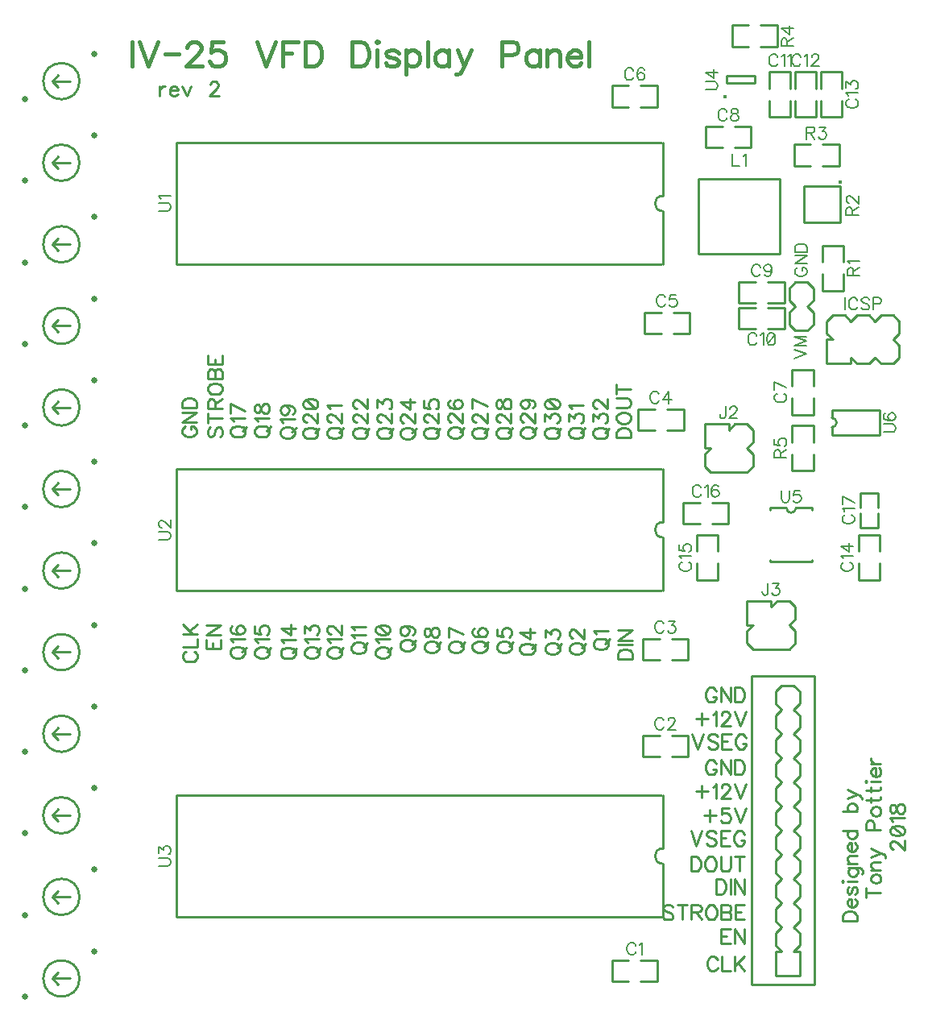
<source format=gbr>
G04 DipTrace 3.1.0.1*
G04 Panal-PCB-rev2-route-component2.TopSilk.gbr*
%MOIN*%
G04 #@! TF.FileFunction,Legend,Top*
G04 #@! TF.Part,Single*
%ADD10C,0.009843*%
%ADD37C,0.015755*%
%ADD41C,0.015401*%
%ADD45C,0.024994*%
%ADD46C,0.024994*%
%ADD93C,0.00772*%
%ADD94C,0.009264*%
%ADD95C,0.015439*%
%FSLAX26Y26*%
G04*
G70*
G90*
G75*
G01*
G04 TopSilk*
%LPD*%
X2888658Y871896D2*
D10*
X2957414D1*
X3076158D2*
Y784396D1*
X2957414D2*
X2888658D1*
Y871896D1*
X3007402Y784396D2*
X3076158D1*
X3007402Y871896D2*
X3076158D1*
X3203422Y1715646D2*
X3134666D1*
X3015922D2*
Y1803146D1*
X3134666D2*
X3203422D1*
Y1715646D1*
X3084678Y1803146D2*
X3015922D1*
X3084678Y1715646D2*
X3015922D1*
X3203422Y2115646D2*
X3134666D1*
X3015922D2*
Y2203146D1*
X3134666D2*
X3203422D1*
Y2115646D1*
X3084678Y2203146D2*
X3015922D1*
X3084678Y2115646D2*
X3015922D1*
X3184671Y3065646D2*
X3115915D1*
X2997171D2*
Y3153146D1*
X3115915D2*
X3184671D1*
Y3065646D1*
X3065928Y3153146D2*
X2997171D1*
X3065928Y3065646D2*
X2997171D1*
X3209671Y3465646D2*
X3140915D1*
X3022171D2*
Y3553146D1*
X3140915D2*
X3209671D1*
Y3465646D1*
X3090928Y3553146D2*
X3022171D1*
X3090928Y3465646D2*
X3022171D1*
X2888658Y4490646D2*
X2957414D1*
X3076158D2*
Y4403146D1*
X2957414D2*
X2888658D1*
Y4490646D1*
X3007402Y4403146D2*
X3076158D1*
X3007402Y4490646D2*
X3076158D1*
X3721040Y3316779D2*
Y3248023D1*
Y3129279D2*
X3633540D1*
Y3248023D2*
Y3316779D1*
X3721040D1*
X3633540Y3198035D2*
Y3129279D1*
X3721040Y3198035D2*
Y3129279D1*
X3463658Y4234397D2*
X3394902D1*
X3276158D2*
Y4321897D1*
X3394902D2*
X3463658D1*
Y4234397D1*
X3344914Y4321897D2*
X3276158D1*
X3344914Y4234397D2*
X3276158D1*
X3413658Y3678146D2*
X3482414D1*
X3601158D2*
Y3590646D1*
X3482414D2*
X3413658D1*
Y3678146D1*
X3532402Y3590646D2*
X3601158D1*
X3532402Y3678146D2*
X3601158D1*
X3413658Y3571897D2*
X3482414D1*
X3601158D2*
Y3484397D1*
X3482414D2*
X3413658D1*
Y3571897D1*
X3532402Y3484397D2*
X3601158D1*
X3532402Y3571897D2*
X3601158D1*
X3627291Y4548028D2*
Y4479272D1*
Y4360528D2*
X3539791D1*
Y4479272D2*
Y4548028D1*
X3627291D1*
X3539791Y4429284D2*
Y4360528D1*
X3627291Y4429284D2*
Y4360528D1*
X3733540Y4548028D2*
Y4479272D1*
Y4360528D2*
X3646040D1*
Y4479272D2*
Y4548028D1*
X3733540D1*
X3646040Y4429284D2*
Y4360528D1*
X3733540Y4429284D2*
Y4360528D1*
X3839789Y4548028D2*
Y4479272D1*
Y4360528D2*
X3752289D1*
Y4479272D2*
Y4548028D1*
X3839789D1*
X3752289Y4429284D2*
Y4360528D1*
X3839789Y4429284D2*
Y4360528D1*
X3908540Y2445764D2*
Y2514521D1*
Y2633264D2*
X3996040D1*
Y2514521D2*
Y2445764D1*
X3908540D1*
X3996040Y2564508D2*
Y2633264D1*
X3908540Y2564508D2*
Y2633264D1*
X3239791Y2445764D2*
Y2514521D1*
Y2633264D2*
X3327291D1*
Y2514521D2*
Y2445764D1*
X3239791D1*
X3327291Y2564508D2*
Y2633264D1*
X3239791Y2564508D2*
Y2633264D1*
X3182407Y2765646D2*
X3251164D1*
X3369907D2*
Y2678146D1*
X3251164D2*
X3182407D1*
Y2765646D1*
X3301151Y2678146D2*
X3369907D1*
X3301151Y2765646D2*
X3369907D1*
X3990290Y2746490D2*
Y2806495D1*
X3914290Y2746490D2*
Y2806495D1*
X3990290D2*
X3914290D1*
X3990290Y2662495D2*
Y2722500D1*
X3914290Y2662495D2*
Y2722500D1*
X3990290Y2662495D2*
X3914290D1*
X3777290Y3365646D2*
Y3415646D1*
Y3440646D1*
X3802280D1*
X3777290Y3465646D1*
Y3515646D1*
X3802280Y3540646D1*
X3852290D1*
X3877280Y3515646D1*
X3902300Y3540646D1*
X3952280D1*
X3977300Y3515646D1*
X4002290Y3540646D1*
X4052300D1*
X4077290Y3515646D1*
Y3465646D1*
X4052300Y3440646D1*
X4077290Y3415646D1*
Y3365646D1*
X4052300Y3340646D1*
X4002290D1*
X3977300Y3365646D1*
X3952280Y3340646D1*
X3902300D1*
X3877280Y3365646D1*
Y3340646D1*
X3777290D1*
Y3365646D1*
X3589766Y909469D2*
X3564776Y934331D1*
Y984311D1*
X3589766Y1009429D1*
X3639798Y909469D2*
X3664788Y934331D1*
Y984311D1*
X3639798Y1009429D1*
X3589766D2*
X3564776Y1034419D1*
Y1084399D1*
X3589766Y1109516D1*
X3639798Y1009429D2*
X3664788Y1034419D1*
Y1084399D1*
X3639798Y1109516D1*
X3589766D2*
X3564776Y1134506D1*
X3589766Y909469D2*
X3564776D1*
Y809381D1*
X3664788D1*
Y909469D1*
X3639798D1*
X3564776Y1134506D2*
Y1184359D1*
X3589766Y1209349D1*
X3639798Y1109516D2*
X3664788Y1134506D1*
Y1184359D1*
X3639798Y1209349D1*
X3589766D2*
X3564776Y1234339D1*
Y1284319D1*
X3589766Y1309436D1*
X3639798Y1209349D2*
X3664788Y1234339D1*
Y1284319D1*
X3639798Y1309436D1*
X3589766D2*
X3564776Y1334554D1*
Y1384279D1*
X3589766Y1409269D1*
X3639798Y1309436D2*
X3664788Y1334554D1*
Y1384279D1*
X3639798Y1409269D1*
X3589766D2*
X3564776Y1434386D1*
Y1484239D1*
X3589766Y1509356D1*
X3639798Y1409269D2*
X3664788Y1434386D1*
Y1484239D1*
X3639798Y1509356D1*
X3589766D2*
X3564776Y1534474D1*
X3589766Y1609316D2*
X3564776Y1634434D1*
Y1684414D1*
X3589766Y1709404D1*
X3564776Y1734394D1*
Y1784374D1*
X3589766Y1809364D1*
X3564776Y1834354D1*
Y1884461D1*
X3589766Y1909324D1*
X3664788Y1784374D2*
X3639798Y1809364D1*
X3664788Y1834354D1*
Y1684414D2*
X3639798Y1709276D1*
X3664788Y1734394D1*
Y1734521D2*
Y1784374D1*
Y1634434D2*
X3639798Y1609316D1*
X3564776Y1934441D2*
X3589766Y1909451D1*
X3664788Y1634561D2*
Y1684414D1*
Y1834354D2*
Y1884334D1*
X3639798Y1909324D1*
X3564776Y1934314D2*
Y1984421D1*
X3589766Y2009411D2*
X3564776Y1984421D1*
X3589766Y2009411D2*
X3639798D1*
Y1909324D2*
X3664788Y1934314D1*
Y1984421D1*
X3639798Y2009411D1*
X3464789Y771896D2*
X3727289D1*
Y2046896D1*
X3464789D1*
Y771896D1*
X3564776Y1534474D2*
Y1584581D1*
X3589766Y1609316D1*
X3639798D2*
X3664788Y1584581D1*
Y1534474D1*
X3639798Y1509356D1*
X3271039Y3090646D2*
Y2990646D1*
X3371039Y3090646D2*
Y3065646D1*
X3271039Y3090646D2*
X3371039D1*
X3446039Y2890646D2*
X3471039Y2915646D1*
X3371039Y3065646D2*
X3396039Y3090646D1*
X3446039D1*
X3471039Y2915646D2*
Y2965646D1*
X3446039Y2990646D1*
X3471039Y3015646D1*
Y3065646D1*
X3446039Y3090646D1*
X3271039Y2990646D2*
X3296039D1*
X3271039Y2965646D1*
Y2915586D1*
X3296039Y2890686D1*
X3446039Y2890646D1*
Y2359396D2*
Y2259396D1*
X3546039Y2359396D2*
Y2334396D1*
X3446039Y2359396D2*
X3546039D1*
X3621039Y2159396D2*
X3646039Y2184396D1*
X3546039Y2334396D2*
X3571039Y2359396D1*
X3621039D1*
X3646039Y2184396D2*
Y2234396D1*
X3621039Y2259396D1*
X3646039Y2284396D1*
Y2334396D1*
X3621039Y2359396D1*
X3446039Y2259396D2*
X3471039D1*
X3446039Y2234396D1*
Y2184336D1*
X3471039Y2159436D1*
X3621039Y2159396D1*
Y3653093D2*
Y3603146D1*
Y3653093D2*
X3646039Y3678147D1*
X3696039D1*
X3721039Y3653093D1*
X3621039Y3603146D2*
X3646039Y3578092D1*
X3621039Y3553198D1*
X3696039Y3478197D2*
X3721039Y3503091D1*
Y3553198D1*
X3696039Y3578092D1*
X3721039Y3603146D1*
Y3628199D1*
Y3653093D1*
X3621039Y3553198D2*
Y3503091D1*
X3646039Y3478197D1*
X3696039D1*
X3584081Y4105356D2*
X3245499D1*
Y3794342D1*
X3584081D1*
Y4105356D1*
X3846039Y3829279D2*
Y3760523D1*
Y3641779D2*
X3758539D1*
Y3760523D2*
Y3829279D1*
X3846039D1*
X3758539Y3710535D2*
Y3641779D1*
X3846039Y3710535D2*
Y3641779D1*
D37*
X3832650Y4092005D3*
X3831468Y4074098D2*
D10*
X3681866D1*
Y3924499D1*
X3831468D1*
Y4074098D1*
X3828422Y4159397D2*
X3759666D1*
X3640922D2*
Y4246897D1*
X3759666D2*
X3828422D1*
Y4159397D1*
X3709678Y4246897D2*
X3640922D1*
X3709678Y4159397D2*
X3640922D1*
X3572173Y4653146D2*
X3503416D1*
X3384673D2*
Y4740646D1*
X3503416D2*
X3572173D1*
Y4653146D1*
X3453429Y4740646D2*
X3384673D1*
X3453429Y4653146D2*
X3384673D1*
X3721040Y3085528D2*
Y3016772D1*
Y2898028D2*
X3633540D1*
Y3016772D2*
Y3085528D1*
X3721040D1*
X3633540Y2966784D2*
Y2898028D1*
X3721040Y2966784D2*
Y2898028D1*
X3093640Y4255115D2*
X1085853D1*
Y3751178D1*
X3093640D2*
X1085853D1*
X3097664Y4255115D2*
Y4034601D1*
Y3751178D2*
Y3971692D1*
Y4034601D2*
G03X3097664Y3971692I70J-31455D01*
G01*
X3093640Y2905114D2*
X1085853D1*
Y2401177D1*
X3093640D2*
X1085853D1*
X3097664Y2905114D2*
Y2684600D1*
Y2401177D2*
Y2621691D1*
Y2684600D2*
G03X3097664Y2621691I70J-31455D01*
G01*
X3093640Y1555114D2*
X1085853D1*
Y1051177D1*
X3093640D2*
X1085853D1*
X3097664Y1555114D2*
Y1334600D1*
Y1051177D2*
Y1271691D1*
Y1334600D2*
G03X3097664Y1271691I70J-31455D01*
G01*
D41*
X3356626Y4446360D3*
X3361888Y4500435D2*
D10*
X3479996D1*
X3361888Y4531919D2*
X3479996D1*
Y4500435D2*
Y4531919D1*
X3361888Y4500435D2*
Y4531919D1*
X3543271Y2528983D2*
Y2521109D1*
X3716713Y2528983D2*
Y2521109D1*
X3543271D2*
X3716524D1*
X3543271Y2743552D2*
X3610206D1*
X3649589D2*
X3716524D1*
X3610206D2*
G03X3649589Y2743552I19691J27D01*
G01*
X3716524D2*
Y2735678D1*
X3543271Y2743552D2*
Y2735678D1*
X3797612Y3045757D2*
X3994467D1*
X3797612Y3148133D2*
X3994467D1*
Y3045757D2*
Y3148133D1*
X3797612Y3077250D2*
Y3045757D1*
Y3116639D2*
Y3148133D1*
Y3077250D2*
G03X3797612Y3116639I-9J19694D01*
G01*
X534785Y4509396D2*
G02X534785Y4509396I74997J0D01*
G01*
D45*
X459788Y4434396D3*
D46*
X747297Y4621897D3*
X572292Y4509396D2*
D10*
X622280D1*
X572292D2*
X597286Y4534397D1*
X572292Y4509396D2*
X597286Y4484396D1*
X622280Y4509396D2*
X647306D1*
X534785Y4171896D2*
G02X534785Y4171896I74997J0D01*
G01*
D45*
X459788Y4096896D3*
D46*
X747297Y4284397D3*
X572292Y4171896D2*
D10*
X622280D1*
X572292D2*
X597286Y4196897D1*
X572292Y4171896D2*
X597286Y4146896D1*
X622280Y4171896D2*
X647306D1*
X534785Y3834396D2*
G02X534785Y3834396I74997J0D01*
G01*
D45*
X459788Y3759396D3*
D46*
X747297Y3946897D3*
X572292Y3834396D2*
D10*
X622280D1*
X572292D2*
X597286Y3859397D1*
X572292Y3834396D2*
X597286Y3809396D1*
X622280Y3834396D2*
X647306D1*
X534785Y3496896D2*
G02X534785Y3496896I74997J0D01*
G01*
D45*
X459788Y3421896D3*
D46*
X747297Y3609397D3*
X572292Y3496896D2*
D10*
X622280D1*
X572292D2*
X597286Y3521897D1*
X572292Y3496896D2*
X597286Y3471896D1*
X622280Y3496896D2*
X647306D1*
X534785Y3159396D2*
G02X534785Y3159396I74997J0D01*
G01*
D45*
X459788Y3084396D3*
D46*
X747297Y3271897D3*
X572292Y3159396D2*
D10*
X622280D1*
X572292D2*
X597286Y3184397D1*
X572292Y3159396D2*
X597286Y3134396D1*
X622280Y3159396D2*
X647306D1*
X534785Y2821896D2*
G02X534785Y2821896I74997J0D01*
G01*
D45*
X459788Y2746896D3*
D46*
X747297Y2934397D3*
X572292Y2821896D2*
D10*
X622280D1*
X572292D2*
X597286Y2846897D1*
X572292Y2821896D2*
X597286Y2796896D1*
X622280Y2821896D2*
X647306D1*
X534785Y2484396D2*
G02X534785Y2484396I74997J0D01*
G01*
D45*
X459788Y2409396D3*
D46*
X747297Y2596897D3*
X572292Y2484396D2*
D10*
X622280D1*
X572292D2*
X597286Y2509397D1*
X572292Y2484396D2*
X597286Y2459396D1*
X622280Y2484396D2*
X647306D1*
X534785Y2146896D2*
G02X534785Y2146896I74997J0D01*
G01*
D45*
X459788Y2071896D3*
D46*
X747297Y2259397D3*
X572292Y2146896D2*
D10*
X622280D1*
X572292D2*
X597286Y2171897D1*
X572292Y2146896D2*
X597286Y2121896D1*
X622280Y2146896D2*
X647306D1*
X534785Y1809396D2*
G02X534785Y1809396I74997J0D01*
G01*
D45*
X459788Y1734396D3*
D46*
X747297Y1921897D3*
X572292Y1809396D2*
D10*
X622280D1*
X572292D2*
X597286Y1834397D1*
X572292Y1809396D2*
X597286Y1784396D1*
X622280Y1809396D2*
X647306D1*
X534785Y1471896D2*
G02X534785Y1471896I74997J0D01*
G01*
D45*
X459788Y1396896D3*
D46*
X747297Y1584397D3*
X572292Y1471896D2*
D10*
X622280D1*
X572292D2*
X597286Y1496897D1*
X572292Y1471896D2*
X597286Y1446896D1*
X622280Y1471896D2*
X647306D1*
X534785Y1134396D2*
G02X534785Y1134396I74997J0D01*
G01*
D45*
X459788Y1059396D3*
D46*
X747297Y1246897D3*
X572292Y1134396D2*
D10*
X622280D1*
X572292D2*
X597286Y1159397D1*
X572292Y1134396D2*
X597286Y1109396D1*
X622280Y1134396D2*
X647306D1*
X534785Y796896D2*
G02X534785Y796896I74997J0D01*
G01*
D45*
X459788Y721896D3*
D46*
X747297Y909397D3*
X572292Y796896D2*
D10*
X622280D1*
X572292D2*
X597286Y821897D1*
X572292Y796896D2*
X597286Y771896D1*
X622280Y796896D2*
X647306D1*
X2986627Y933181D2*
D93*
X2984250Y937934D1*
X2979442Y942742D1*
X2974689Y945119D1*
X2965127D1*
X2960318Y942742D1*
X2955565Y937934D1*
X2953133Y933181D1*
X2950757Y925995D1*
Y914002D1*
X2953133Y906872D1*
X2955565Y902064D1*
X2960318Y897311D1*
X2965127Y894879D1*
X2974689D1*
X2979442Y897311D1*
X2984250Y902064D1*
X2986627Y906872D1*
X3002066Y935502D2*
X3006874Y937934D1*
X3014059Y945063D1*
Y894879D1*
X3103141Y1864431D2*
X3100764Y1869184D1*
X3095956Y1873993D1*
X3091202Y1876369D1*
X3081641D1*
X3076832Y1873993D1*
X3072079Y1869184D1*
X3069647Y1864431D1*
X3067271Y1857246D1*
Y1845253D1*
X3069647Y1838123D1*
X3072079Y1833314D1*
X3076832Y1828561D1*
X3081641Y1826129D1*
X3091202D1*
X3095956Y1828561D1*
X3100764Y1833314D1*
X3103141Y1838123D1*
X3121012Y1864376D2*
Y1866753D1*
X3123388Y1871561D1*
X3125765Y1873938D1*
X3130573Y1876314D1*
X3140135D1*
X3144888Y1873938D1*
X3147265Y1871561D1*
X3149697Y1866753D1*
Y1861999D1*
X3147265Y1857191D1*
X3142512Y1850061D1*
X3118580Y1826129D1*
X3152073D1*
X3103141Y2264431D2*
X3100764Y2269184D1*
X3095956Y2273993D1*
X3091202Y2276369D1*
X3081641D1*
X3076832Y2273993D1*
X3072079Y2269184D1*
X3069647Y2264431D1*
X3067271Y2257246D1*
Y2245253D1*
X3069647Y2238123D1*
X3072079Y2233314D1*
X3076832Y2228561D1*
X3081641Y2226129D1*
X3091202D1*
X3095956Y2228561D1*
X3100764Y2233314D1*
X3103141Y2238123D1*
X3123388Y2276314D2*
X3149641D1*
X3135327Y2257191D1*
X3142512D1*
X3147265Y2254814D1*
X3149641Y2252438D1*
X3152073Y2245253D1*
Y2240499D1*
X3149641Y2233314D1*
X3144888Y2228506D1*
X3137703Y2226129D1*
X3130518D1*
X3123388Y2228506D1*
X3121012Y2230938D1*
X3118580Y2235691D1*
X3083202Y3214431D2*
X3080825Y3219184D1*
X3076017Y3223993D1*
X3071263Y3226369D1*
X3061702D1*
X3056893Y3223993D1*
X3052140Y3219184D1*
X3049708Y3214431D1*
X3047332Y3207246D1*
Y3195253D1*
X3049708Y3188123D1*
X3052140Y3183314D1*
X3056893Y3178561D1*
X3061702Y3176129D1*
X3071263D1*
X3076017Y3178561D1*
X3080825Y3183314D1*
X3083202Y3188123D1*
X3122573Y3176129D2*
Y3226314D1*
X3098641Y3192876D1*
X3134511D1*
X3109390Y3614431D2*
X3107013Y3619184D1*
X3102205Y3623993D1*
X3097452Y3626369D1*
X3087890D1*
X3083082Y3623993D1*
X3078328Y3619184D1*
X3075897Y3614431D1*
X3073520Y3607246D1*
Y3595253D1*
X3075897Y3588123D1*
X3078328Y3583314D1*
X3083082Y3578561D1*
X3087890Y3576129D1*
X3097452D1*
X3102205Y3578561D1*
X3107013Y3583314D1*
X3109390Y3588123D1*
X3153514Y3626314D2*
X3129638D1*
X3127261Y3604814D1*
X3129638Y3607191D1*
X3136823Y3609623D1*
X3143952D1*
X3151137Y3607191D1*
X3155946Y3602438D1*
X3158323Y3595253D1*
Y3590499D1*
X3155946Y3583314D1*
X3151137Y3578506D1*
X3143952Y3576129D1*
X3136823D1*
X3129638Y3578506D1*
X3127261Y3580938D1*
X3124829Y3585691D1*
X2977093Y4551931D2*
X2974716Y4556684D1*
X2969908Y4561493D1*
X2965155Y4563869D1*
X2955593D1*
X2950784Y4561493D1*
X2946031Y4556684D1*
X2943599Y4551931D1*
X2941223Y4544746D1*
Y4532753D1*
X2943599Y4525623D1*
X2946031Y4520814D1*
X2950784Y4516061D1*
X2955593Y4513629D1*
X2965155D1*
X2969908Y4516061D1*
X2974716Y4520814D1*
X2977093Y4525623D1*
X3021217Y4556684D2*
X3018840Y4561438D1*
X3011655Y4563814D1*
X3006902D1*
X2999717Y4561438D1*
X2994909Y4554253D1*
X2992532Y4542314D1*
Y4530376D1*
X2994909Y4520814D1*
X2999717Y4516006D1*
X3006902Y4513629D1*
X3009279D1*
X3016408Y4516006D1*
X3021217Y4520814D1*
X3023593Y4527999D1*
Y4530376D1*
X3021217Y4537561D1*
X3016408Y4542314D1*
X3009279Y4544691D1*
X3006902D1*
X2999717Y4542314D1*
X2994909Y4537561D1*
X2992532Y4530376D1*
X3572255Y3216498D2*
X3567502Y3214121D1*
X3562694Y3209313D1*
X3560317Y3204559D1*
Y3194998D1*
X3562694Y3190189D1*
X3567502Y3185436D1*
X3572255Y3183004D1*
X3579440Y3180628D1*
X3591434D1*
X3598563Y3183004D1*
X3603372Y3185436D1*
X3608125Y3190189D1*
X3610557Y3194998D1*
Y3204559D1*
X3608125Y3209313D1*
X3603372Y3214121D1*
X3598564Y3216498D1*
X3610557Y3241498D2*
X3560372Y3265430D1*
Y3231937D1*
X3363404Y4383182D2*
X3361028Y4387935D1*
X3356219Y4392743D1*
X3351466Y4395120D1*
X3341905D1*
X3337096Y4392743D1*
X3332343Y4387935D1*
X3329911Y4383182D1*
X3327535Y4375997D1*
Y4364003D1*
X3329911Y4356874D1*
X3332343Y4352065D1*
X3337096Y4347312D1*
X3341905Y4344880D1*
X3351466D1*
X3356219Y4347312D1*
X3361028Y4352065D1*
X3363404Y4356874D1*
X3390782Y4395065D2*
X3383652Y4392688D1*
X3381220Y4387935D1*
Y4383127D1*
X3383652Y4378373D1*
X3388405Y4375942D1*
X3397967Y4373565D1*
X3405152Y4371188D1*
X3409905Y4366380D1*
X3412282Y4361627D1*
Y4354442D1*
X3409905Y4349689D1*
X3407529Y4347257D1*
X3400344Y4344880D1*
X3390782D1*
X3383652Y4347257D1*
X3381220Y4349689D1*
X3378844Y4354442D1*
Y4361627D1*
X3381220Y4366380D1*
X3386029Y4371188D1*
X3393158Y4373565D1*
X3402720Y4375942D1*
X3407529Y4378373D1*
X3409905Y4383127D1*
Y4387935D1*
X3407529Y4392688D1*
X3400344Y4395065D1*
X3390782D1*
X3502065Y3739431D2*
X3499689Y3744184D1*
X3494880Y3748993D1*
X3490127Y3751369D1*
X3480565D1*
X3475757Y3748993D1*
X3471004Y3744184D1*
X3468572Y3739431D1*
X3466195Y3732246D1*
Y3720253D1*
X3468572Y3713123D1*
X3471004Y3708314D1*
X3475757Y3703561D1*
X3480565Y3701129D1*
X3490127D1*
X3494880Y3703561D1*
X3499689Y3708314D1*
X3502065Y3713123D1*
X3548621Y3734623D2*
X3546189Y3727438D1*
X3541436Y3722629D1*
X3534251Y3720253D1*
X3531874D1*
X3524689Y3722629D1*
X3519936Y3727438D1*
X3517504Y3734623D1*
Y3736999D1*
X3519936Y3744184D1*
X3524689Y3748938D1*
X3531874Y3751314D1*
X3534251D1*
X3541436Y3748938D1*
X3546189Y3744184D1*
X3548621Y3734623D1*
Y3722629D1*
X3546189Y3710691D1*
X3541436Y3703506D1*
X3534251Y3701129D1*
X3529498D1*
X3522313Y3703506D1*
X3519936Y3708314D1*
X3487160Y3455500D2*
X3484784Y3460253D1*
X3479975Y3465062D1*
X3475222Y3467438D1*
X3465661D1*
X3460852Y3465062D1*
X3456099Y3460253D1*
X3453667Y3455500D1*
X3451291Y3448315D1*
Y3436322D1*
X3453667Y3429192D1*
X3456099Y3424383D1*
X3460852Y3419630D1*
X3465661Y3417198D1*
X3475222D1*
X3479975Y3419630D1*
X3484784Y3424383D1*
X3487160Y3429192D1*
X3502600Y3457821D2*
X3507408Y3460253D1*
X3514593Y3467383D1*
Y3417198D1*
X3544403Y3467383D2*
X3537217Y3465006D1*
X3532409Y3457821D1*
X3530032Y3445883D1*
Y3438698D1*
X3532409Y3426760D1*
X3537217Y3419575D1*
X3544403Y3417198D1*
X3549156D1*
X3556341Y3419575D1*
X3561094Y3426760D1*
X3563526Y3438698D1*
Y3445883D1*
X3561094Y3457821D1*
X3556341Y3465006D1*
X3549156Y3467383D1*
X3544403D1*
X3561094Y3457821D2*
X3532409Y3426760D1*
X3574043Y4609313D2*
X3571666Y4614066D1*
X3566858Y4618875D1*
X3562105Y4621251D1*
X3552543D1*
X3547735Y4618875D1*
X3542981Y4614066D1*
X3540550Y4609313D1*
X3538173Y4602128D1*
Y4590135D1*
X3540550Y4583005D1*
X3542981Y4578196D1*
X3547735Y4573443D1*
X3552543Y4571011D1*
X3562105D1*
X3566858Y4573443D1*
X3571666Y4578196D1*
X3574043Y4583005D1*
X3589482Y4611634D2*
X3594291Y4614066D1*
X3601476Y4621196D1*
Y4571011D1*
X3616915Y4611634D2*
X3621723Y4614066D1*
X3628908Y4621196D1*
Y4571011D1*
X3669542Y4609313D2*
X3667166Y4614066D1*
X3662357Y4618875D1*
X3657604Y4621251D1*
X3648042D1*
X3643234Y4618875D1*
X3638481Y4614066D1*
X3636049Y4609313D1*
X3633672Y4602128D1*
Y4590135D1*
X3636049Y4583005D1*
X3638481Y4578196D1*
X3643234Y4573443D1*
X3648042Y4571011D1*
X3657604D1*
X3662357Y4573443D1*
X3667166Y4578196D1*
X3669542Y4583005D1*
X3684982Y4611634D2*
X3689790Y4614066D1*
X3696975Y4621196D1*
Y4571011D1*
X3714846Y4609258D2*
Y4611634D1*
X3717223Y4616443D1*
X3719599Y4618819D1*
X3724408Y4621196D1*
X3733969D1*
X3738723Y4618819D1*
X3741099Y4616443D1*
X3743531Y4611634D1*
Y4606881D1*
X3741099Y4602073D1*
X3736346Y4594943D1*
X3712414Y4571011D1*
X3745908D1*
X3868686Y4434031D2*
X3863933Y4431654D1*
X3859125Y4426846D1*
X3856748Y4422092D1*
Y4412531D1*
X3859125Y4407722D1*
X3863933Y4402969D1*
X3868686Y4400537D1*
X3875871Y4398161D1*
X3887865D1*
X3894995Y4400537D1*
X3899803Y4402969D1*
X3904556Y4407722D1*
X3906988Y4412531D1*
Y4422092D1*
X3904556Y4426846D1*
X3899803Y4431654D1*
X3894995Y4434031D1*
X3866365Y4449470D2*
X3863933Y4454278D1*
X3856803Y4461463D1*
X3906988D1*
X3856803Y4481711D2*
Y4507964D1*
X3875927Y4493649D1*
Y4500834D1*
X3878303Y4505587D1*
X3880680Y4507964D1*
X3887865Y4510396D1*
X3892618D1*
X3899803Y4507964D1*
X3904612Y4503211D1*
X3906988Y4496026D1*
Y4488841D1*
X3904612Y4481711D1*
X3902180Y4479334D1*
X3897426Y4476903D1*
X3847255Y2518079D2*
X3842502Y2515702D1*
X3837694Y2510894D1*
X3835317Y2506140D1*
Y2496579D1*
X3837694Y2491770D1*
X3842502Y2487017D1*
X3847255Y2484585D1*
X3854440Y2482209D1*
X3866434D1*
X3873563Y2484585D1*
X3878372Y2487017D1*
X3883125Y2491770D1*
X3885557Y2496579D1*
Y2506140D1*
X3883125Y2510893D1*
X3878372Y2515702D1*
X3873564Y2518079D1*
X3844934Y2533518D2*
X3842502Y2538326D1*
X3835372Y2545511D1*
X3885557D1*
Y2584882D2*
X3835372D1*
X3868810Y2560950D1*
Y2596820D1*
X3178506Y2519267D2*
X3173753Y2516890D1*
X3168944Y2512082D1*
X3166568Y2507329D1*
Y2497767D1*
X3168944Y2492959D1*
X3173753Y2488205D1*
X3178506Y2485774D1*
X3185691Y2483397D1*
X3197684D1*
X3204814Y2485774D1*
X3209623Y2488205D1*
X3214376Y2492959D1*
X3216808Y2497767D1*
Y2507329D1*
X3214376Y2512082D1*
X3209623Y2516890D1*
X3204814Y2519267D1*
X3176185Y2534706D2*
X3173753Y2539515D1*
X3166623Y2546700D1*
X3216808Y2546699D1*
X3166623Y2590824D2*
Y2566947D1*
X3188123Y2564571D1*
X3185746Y2566947D1*
X3183314Y2574132D1*
Y2581262D1*
X3185746Y2588447D1*
X3190499Y2593255D1*
X3197684Y2595632D1*
X3202438D1*
X3209623Y2593255D1*
X3214431Y2588447D1*
X3216808Y2581262D1*
Y2574132D1*
X3214431Y2566947D1*
X3211999Y2564571D1*
X3207246Y2562139D1*
X3257126Y2826931D2*
X3254749Y2831684D1*
X3249941Y2836493D1*
X3245187Y2838869D1*
X3235626D1*
X3230817Y2836493D1*
X3226064Y2831684D1*
X3223632Y2826931D1*
X3221256Y2819746D1*
Y2807753D1*
X3223632Y2800623D1*
X3226064Y2795814D1*
X3230817Y2791061D1*
X3235626Y2788629D1*
X3245187D1*
X3249941Y2791061D1*
X3254749Y2795814D1*
X3257126Y2800623D1*
X3272565Y2829253D2*
X3277373Y2831684D1*
X3284558Y2838814D1*
Y2788629D1*
X3328683Y2831684D2*
X3326306Y2836438D1*
X3319121Y2838814D1*
X3314368D1*
X3307183Y2836438D1*
X3302374Y2829253D1*
X3299998Y2817314D1*
Y2805376D1*
X3302374Y2795814D1*
X3307183Y2791006D1*
X3314368Y2788629D1*
X3316744D1*
X3323874Y2791006D1*
X3328683Y2795814D1*
X3331059Y2802999D1*
Y2805376D1*
X3328683Y2812561D1*
X3323874Y2817314D1*
X3316744Y2819691D1*
X3314368D1*
X3307183Y2817314D1*
X3302374Y2812561D1*
X3299998Y2805376D1*
X3853005Y2714247D2*
X3848252Y2711871D1*
X3843444Y2707062D1*
X3841067Y2702309D1*
Y2692747D1*
X3843444Y2687939D1*
X3848252Y2683186D1*
X3853005Y2680754D1*
X3860190Y2678377D1*
X3872184D1*
X3879313Y2680754D1*
X3884122Y2683186D1*
X3888875Y2687939D1*
X3891307Y2692747D1*
Y2702309D1*
X3888875Y2707062D1*
X3884122Y2711871D1*
X3879314Y2714247D1*
X3850684Y2729686D2*
X3848252Y2734495D1*
X3841122Y2741680D1*
X3891307D1*
Y2766681D2*
X3841122Y2790612D1*
Y2757119D1*
X3852703Y3613869D2*
Y3563629D1*
X3904012Y3601931D2*
X3901635Y3606684D1*
X3896827Y3611492D1*
X3892074Y3613869D1*
X3882512D1*
X3877704Y3611492D1*
X3872951Y3606684D1*
X3870519Y3601931D1*
X3868142Y3594745D1*
Y3582752D1*
X3870519Y3575622D1*
X3872951Y3570814D1*
X3877704Y3566061D1*
X3882512Y3563629D1*
X3892074D1*
X3896827Y3566061D1*
X3901635Y3570814D1*
X3904012Y3575622D1*
X3952945Y3606684D2*
X3948191Y3611492D1*
X3941006Y3613869D1*
X3931445D1*
X3924260Y3611492D1*
X3919451Y3606684D1*
Y3601931D1*
X3921883Y3597122D1*
X3924260Y3594745D1*
X3929013Y3592369D1*
X3943383Y3587560D1*
X3948191Y3585184D1*
X3950568Y3582752D1*
X3952945Y3577999D1*
Y3570814D1*
X3948191Y3566061D1*
X3941006Y3563629D1*
X3931445D1*
X3924260Y3566061D1*
X3919451Y3570814D1*
X3968384Y3587560D2*
X3989939D1*
X3997069Y3589937D1*
X3999501Y3592369D1*
X4001877Y3597122D1*
Y3604307D1*
X3999501Y3609060D1*
X3997069Y3611492D1*
X3989939Y3613869D1*
X3968384D1*
Y3563629D1*
X3358539Y3163869D2*
Y3125622D1*
X3356162Y3118437D1*
X3353730Y3116061D1*
X3348977Y3113629D1*
X3344169D1*
X3339416Y3116061D1*
X3337039Y3118437D1*
X3334607Y3125622D1*
Y3130375D1*
X3376410Y3151875D2*
Y3154252D1*
X3378787Y3159060D1*
X3381163Y3161437D1*
X3385972Y3163813D1*
X3395533D1*
X3400286Y3161437D1*
X3402663Y3159060D1*
X3405095Y3154252D1*
Y3149499D1*
X3402663Y3144690D1*
X3397910Y3137560D1*
X3373978Y3113629D1*
X3407472D1*
X3533539Y2432619D2*
Y2394373D1*
X3531162Y2387188D1*
X3528730Y2384811D1*
X3523977Y2382379D1*
X3519169D1*
X3514416Y2384811D1*
X3512039Y2387188D1*
X3509607Y2394373D1*
Y2399126D1*
X3553787Y2432564D2*
X3580040D1*
X3565725Y2413441D1*
X3572910D1*
X3577663Y2411064D1*
X3580040Y2408688D1*
X3582472Y2401503D1*
Y2396749D1*
X3580040Y2389564D1*
X3575286Y2384756D1*
X3568101Y2382379D1*
X3560916D1*
X3553787Y2384756D1*
X3551410Y2387188D1*
X3548978Y2391941D1*
X3386731Y4208112D2*
Y4157872D1*
X3415416D1*
X3430855Y4198495D2*
X3435664Y4200926D1*
X3442849Y4208056D1*
Y4157872D1*
X3886929Y3705066D2*
Y3726566D1*
X3884497Y3733751D1*
X3882121Y3736183D1*
X3877368Y3738559D1*
X3872559D1*
X3867806Y3736183D1*
X3865374Y3733751D1*
X3862997Y3726566D1*
Y3705066D1*
X3913237D1*
X3886929Y3721813D2*
X3913237Y3738559D1*
X3872614Y3753998D2*
X3870183Y3758807D1*
X3863053Y3765992D1*
X3913237D1*
X3881418Y3954153D2*
Y3975653D1*
X3878986Y3982838D1*
X3876610Y3985270D1*
X3871856Y3987647D1*
X3867048D1*
X3862295Y3985270D1*
X3859863Y3982838D1*
X3857486Y3975653D1*
Y3954153D1*
X3907726D1*
X3881418Y3970900D2*
X3907726Y3987647D1*
X3869480Y4005518D2*
X3867103D1*
X3862295Y4007894D1*
X3859918Y4010271D1*
X3857542Y4015079D1*
Y4024641D1*
X3859918Y4029394D1*
X3862295Y4031771D1*
X3867103Y4034203D1*
X3871856D1*
X3876665Y4031771D1*
X3883795Y4027018D1*
X3907726Y4003086D1*
Y4036579D1*
X3693459Y4296188D2*
X3714959D1*
X3722144Y4298620D1*
X3724576Y4300997D1*
X3726952Y4305750D1*
Y4310558D1*
X3724576Y4315312D1*
X3722144Y4317743D1*
X3714959Y4320120D1*
X3693459D1*
Y4269880D1*
X3710206Y4296188D2*
X3726952Y4269880D1*
X3747200Y4320065D2*
X3773453D1*
X3759138Y4300942D1*
X3766323D1*
X3771076Y4298565D1*
X3773453Y4296188D1*
X3775885Y4289003D1*
Y4284250D1*
X3773453Y4277065D1*
X3768700Y4272257D1*
X3761515Y4269880D1*
X3754330D1*
X3747200Y4272257D1*
X3744823Y4274689D1*
X3742392Y4279442D1*
X3613063Y4654495D2*
Y4675995D1*
X3610631Y4683180D1*
X3608255Y4685612D1*
X3603501Y4687989D1*
X3598693D1*
X3593940Y4685612D1*
X3591508Y4683180D1*
X3589131Y4675995D1*
Y4654495D1*
X3639371D1*
X3613063Y4671242D2*
X3639371Y4687988D1*
Y4727359D2*
X3589187D1*
X3622625Y4703428D1*
Y4739298D1*
X3584249Y2950565D2*
Y2972065D1*
X3581817Y2979250D1*
X3579440Y2981682D1*
X3574687Y2984059D1*
X3569879D1*
X3565125Y2981682D1*
X3562694Y2979250D1*
X3560317Y2972065D1*
Y2950565D1*
X3610557D1*
X3584249Y2967312D2*
X3610557Y2984059D1*
X3560372Y3028183D2*
Y3004306D1*
X3581872Y3001930D1*
X3579496Y3004306D1*
X3577064Y3011491D1*
Y3018621D1*
X3579496Y3025806D1*
X3584249Y3030615D1*
X3591434Y3032991D1*
X3596187D1*
X3603372Y3030615D1*
X3608180Y3025806D1*
X3610557Y3018621D1*
Y3011491D1*
X3608180Y3004306D1*
X3605749Y3001930D1*
X3600995Y2999498D1*
X1012630Y3972684D2*
X1048500D1*
X1055685Y3975061D1*
X1060438Y3979869D1*
X1062870Y3987054D1*
Y3991807D1*
X1060438Y3998992D1*
X1055685Y4003801D1*
X1048500Y4006177D1*
X1012630D1*
X1022247Y4021617D2*
X1019815Y4026425D1*
X1012685Y4033610D1*
X1062870D1*
X1012630Y2611933D2*
X1048500D1*
X1055685Y2614309D1*
X1060438Y2619118D1*
X1062870Y2626303D1*
Y2631056D1*
X1060438Y2638241D1*
X1055685Y2643050D1*
X1048500Y2645426D1*
X1012630D1*
X1024623Y2663297D2*
X1022247D1*
X1017438Y2665674D1*
X1015062Y2668050D1*
X1012685Y2672859D1*
Y2682420D1*
X1015062Y2687174D1*
X1017438Y2689550D1*
X1022247Y2691982D1*
X1027000D1*
X1031809Y2689550D1*
X1038938Y2684797D1*
X1062870Y2660865D1*
Y2694359D1*
X1012630Y1261933D2*
X1048500D1*
X1055685Y1264309D1*
X1060438Y1269118D1*
X1062870Y1276303D1*
Y1281056D1*
X1060438Y1288241D1*
X1055685Y1293050D1*
X1048500Y1295426D1*
X1012630D1*
X1012685Y1315674D2*
Y1341927D1*
X1031809Y1327612D1*
Y1334797D1*
X1034185Y1339550D1*
X1036562Y1341927D1*
X1043747Y1344359D1*
X1048500D1*
X1055685Y1341927D1*
X1060493Y1337174D1*
X1062870Y1329989D1*
Y1322804D1*
X1060493Y1315674D1*
X1058062Y1313297D1*
X1053308Y1310865D1*
X3275702Y4473738D2*
X3311572D1*
X3318757Y4476115D1*
X3323510Y4480923D1*
X3325942Y4488108D1*
Y4492861D1*
X3323510Y4500046D1*
X3318757Y4504855D1*
X3311572Y4507231D1*
X3275702D1*
X3325942Y4546602D2*
X3275757D1*
X3309196Y4522670D1*
Y4558540D1*
X3588685Y2816776D2*
Y2780906D1*
X3591061Y2773721D1*
X3595870Y2768967D1*
X3603055Y2766536D1*
X3607808D1*
X3614993Y2768967D1*
X3619801Y2773721D1*
X3622178Y2780906D1*
Y2816776D1*
X3666302Y2816720D2*
X3642426D1*
X3640049Y2795220D1*
X3642426Y2797597D1*
X3649611Y2800029D1*
X3656741D1*
X3663926Y2797597D1*
X3668734Y2792844D1*
X3671111Y2785659D1*
Y2780906D1*
X3668734Y2773721D1*
X3663926Y2768912D1*
X3656741Y2766536D1*
X3649611D1*
X3642426Y2768912D1*
X3640049Y2771344D1*
X3637617Y2776097D1*
X4011425Y3056948D2*
X4047295D1*
X4054480Y3059325D1*
X4059233Y3064133D1*
X4061665Y3071318D1*
Y3076071D1*
X4059233Y3083256D1*
X4054480Y3088065D1*
X4047295Y3090441D1*
X4011425D1*
X4018610Y3134565D2*
X4013857Y3132189D1*
X4011481Y3125004D1*
Y3120251D1*
X4013857Y3113066D1*
X4021042Y3108257D1*
X4032980Y3105880D1*
X4044919D1*
X4054480Y3108257D1*
X4059289Y3113065D1*
X4061665Y3120251D1*
Y3122627D1*
X4059289Y3129757D1*
X4054480Y3134565D1*
X4047295Y3136942D1*
X4044919D1*
X4037734Y3134565D1*
X4032980Y3129757D1*
X4030604Y3122627D1*
Y3120251D1*
X4032980Y3113066D1*
X4037734Y3108257D1*
X4044919Y3105880D1*
X901129Y4671584D2*
D95*
Y4571104D1*
X932008Y4671584D2*
X970254Y4571104D1*
X1008501Y4671584D1*
X1039379Y4621289D2*
X1094649D1*
X1130391Y4647597D2*
Y4652350D1*
X1135144Y4661967D1*
X1139897Y4666720D1*
X1149514Y4671473D1*
X1168637D1*
X1178144Y4666720D1*
X1182897Y4661967D1*
X1187761Y4652350D1*
Y4642844D1*
X1182897Y4633227D1*
X1173391Y4618967D1*
X1125527Y4571104D1*
X1192514D1*
X1280762Y4671473D2*
X1233009D1*
X1228256Y4628474D1*
X1233009Y4633227D1*
X1247379Y4638091D1*
X1261639D1*
X1276009Y4633227D1*
X1285626Y4623721D1*
X1290379Y4609350D1*
Y4599844D1*
X1285626Y4585474D1*
X1276009Y4575857D1*
X1261639Y4571104D1*
X1247379D1*
X1233009Y4575857D1*
X1228256Y4580721D1*
X1223392Y4590227D1*
X1418459Y4671584D2*
X1456706Y4571104D1*
X1494952Y4671584D1*
X1588064D2*
X1525831D1*
Y4571104D1*
Y4623721D2*
X1564077D1*
X1618943Y4671584D2*
Y4571104D1*
X1652436D1*
X1666806Y4575968D1*
X1676423Y4585474D1*
X1681176Y4595091D1*
X1685930Y4609350D1*
Y4633337D1*
X1681176Y4647707D1*
X1676423Y4657214D1*
X1666806Y4666831D1*
X1652436Y4671584D1*
X1618943D1*
X1814010D2*
Y4571104D1*
X1847503D1*
X1861873Y4575968D1*
X1871490Y4585474D1*
X1876244Y4595091D1*
X1880997Y4609350D1*
Y4633337D1*
X1876244Y4647707D1*
X1871490Y4657214D1*
X1861873Y4666831D1*
X1847503Y4671584D1*
X1814010D1*
X1911875D2*
X1916628Y4666831D1*
X1921492Y4671584D1*
X1916628Y4676448D1*
X1911875Y4671584D1*
X1916628Y4638091D2*
Y4571104D1*
X2004987Y4623721D2*
X2000234Y4633337D1*
X1985864Y4638091D1*
X1971494D1*
X1957124Y4633337D1*
X1952371Y4623721D1*
X1957124Y4614214D1*
X1966741Y4609350D1*
X1990617Y4604597D1*
X2000234Y4599844D1*
X2004987Y4590227D1*
Y4585474D1*
X2000234Y4575968D1*
X1985864Y4571104D1*
X1971494D1*
X1957124Y4575968D1*
X1952371Y4585474D1*
X2035866Y4638091D2*
Y4537611D1*
Y4623721D2*
X2045483Y4633227D1*
X2054989Y4638091D1*
X2069359D1*
X2078976Y4633227D1*
X2088482Y4623721D1*
X2093346Y4609350D1*
Y4599734D1*
X2088482Y4585474D1*
X2078976Y4575857D1*
X2069359Y4571104D1*
X2054989D1*
X2045483Y4575857D1*
X2035866Y4585474D1*
X2124224Y4671584D2*
Y4571104D1*
X2212473Y4638091D2*
Y4571104D1*
Y4623721D2*
X2202966Y4633337D1*
X2193349Y4638091D1*
X2179090D1*
X2169473Y4633337D1*
X2159967Y4623721D1*
X2155103Y4609350D1*
Y4599844D1*
X2159967Y4585474D1*
X2169473Y4575968D1*
X2179090Y4571104D1*
X2193349D1*
X2202966Y4575968D1*
X2212473Y4585474D1*
X2248215Y4638091D2*
X2276845Y4571104D1*
X2267338Y4551981D1*
X2257721Y4542364D1*
X2248215Y4537611D1*
X2243351D1*
X2305585Y4638091D2*
X2276845Y4571104D1*
X2433665Y4618967D2*
X2476775D1*
X2491035Y4623721D1*
X2495899Y4628584D1*
X2500652Y4638091D1*
Y4652461D1*
X2495899Y4661967D1*
X2491035Y4666831D1*
X2476775Y4671584D1*
X2433665D1*
Y4571104D1*
X2588900Y4638091D2*
Y4571104D1*
Y4623721D2*
X2579394Y4633337D1*
X2569777Y4638091D1*
X2555517D1*
X2545900Y4633337D1*
X2536394Y4623721D1*
X2531530Y4609350D1*
Y4599844D1*
X2536394Y4585474D1*
X2545900Y4575968D1*
X2555517Y4571104D1*
X2569777D1*
X2579394Y4575968D1*
X2588900Y4585474D1*
X2619779Y4638091D2*
Y4571104D1*
Y4618967D2*
X2634149Y4633337D1*
X2643766Y4638091D1*
X2658025D1*
X2667642Y4633337D1*
X2672395Y4618967D1*
Y4571104D1*
X2703274Y4609350D2*
X2760643D1*
Y4618967D1*
X2755890Y4628584D1*
X2751137Y4633337D1*
X2741520Y4638091D1*
X2727150D1*
X2717644Y4633337D1*
X2708027Y4623721D1*
X2703274Y4609350D1*
Y4599844D1*
X2708027Y4585474D1*
X2717644Y4575968D1*
X2727150Y4571104D1*
X2741520D1*
X2751137Y4575968D1*
X2760643Y4585474D1*
X2791522Y4671584D2*
Y4571104D1*
X1016151Y4487890D2*
D94*
Y4447698D1*
Y4470645D2*
X1019070Y4479267D1*
X1024774Y4485038D1*
X1030544Y4487890D1*
X1039166D1*
X1057693Y4470645D2*
X1092115D1*
Y4476416D1*
X1089263Y4482186D1*
X1086411Y4485038D1*
X1080641Y4487890D1*
X1072019D1*
X1066315Y4485038D1*
X1060545Y4479267D1*
X1057693Y4470645D1*
Y4464942D1*
X1060545Y4456320D1*
X1066315Y4450616D1*
X1072019Y4447698D1*
X1080641D1*
X1086411Y4450616D1*
X1092115Y4456320D1*
X1110642Y4487890D2*
X1127886Y4447698D1*
X1145064Y4487890D1*
X1224830Y4493593D2*
Y4496445D1*
X1227682Y4502215D1*
X1230534Y4505067D1*
X1236304Y4507919D1*
X1247778D1*
X1253482Y4505067D1*
X1256334Y4502215D1*
X1259252Y4496445D1*
Y4490741D1*
X1256334Y4484971D1*
X1250630Y4476416D1*
X1221912Y4447698D1*
X1262104D1*
X3324812Y873741D2*
X3321960Y879445D1*
X3316190Y885215D1*
X3310486Y888067D1*
X3299012D1*
X3293242Y885215D1*
X3287538Y879445D1*
X3284620Y873741D1*
X3281768Y865119D1*
Y850727D1*
X3284620Y842171D1*
X3287538Y836401D1*
X3293242Y830697D1*
X3299012Y827779D1*
X3310486D1*
X3316190Y830697D1*
X3321960Y836401D1*
X3324812Y842171D1*
X3343339Y888067D2*
Y827779D1*
X3377761D1*
X3396288Y888067D2*
Y827779D1*
X3436480Y888067D2*
X3396288Y847875D1*
X3410614Y862267D2*
X3436480Y827779D1*
X3377761Y1000567D2*
X3340487D1*
Y940279D1*
X3377761D1*
X3340487Y971849D2*
X3363435D1*
X3436480Y1000567D2*
Y940279D1*
X3396288Y1000567D1*
Y940279D1*
X3140099Y1091945D2*
X3134396Y1097715D1*
X3125774Y1100567D1*
X3114300D1*
X3105678Y1097715D1*
X3099907Y1091945D1*
Y1086241D1*
X3102826Y1080471D1*
X3105678Y1077619D1*
X3111381Y1074767D1*
X3128625Y1068997D1*
X3134396Y1066145D1*
X3137247Y1063227D1*
X3140099Y1057523D1*
Y1048901D1*
X3134396Y1043197D1*
X3125774Y1040279D1*
X3114300D1*
X3105678Y1043197D1*
X3099907Y1048901D1*
X3178722Y1100567D2*
Y1040279D1*
X3158626Y1100567D2*
X3198818D1*
X3217346Y1071849D2*
X3243145D1*
X3251767Y1074767D1*
X3254686Y1077619D1*
X3257538Y1083323D1*
Y1089093D1*
X3254686Y1094797D1*
X3251767Y1097715D1*
X3243145Y1100567D1*
X3217346D1*
Y1040279D1*
X3237442Y1071849D2*
X3257538Y1040279D1*
X3293309Y1100567D2*
X3287539Y1097715D1*
X3281835Y1091945D1*
X3278917Y1086241D1*
X3276065Y1077619D1*
Y1063227D1*
X3278917Y1054671D1*
X3281835Y1048901D1*
X3287539Y1043197D1*
X3293309Y1040279D1*
X3304783D1*
X3310487Y1043197D1*
X3316257Y1048901D1*
X3319109Y1054671D1*
X3321960Y1063227D1*
Y1077619D1*
X3319109Y1086241D1*
X3316257Y1091945D1*
X3310487Y1097715D1*
X3304783Y1100567D1*
X3293309D1*
X3340488D2*
Y1040279D1*
X3366354D1*
X3374976Y1043197D1*
X3377828Y1046049D1*
X3380680Y1051753D1*
Y1060375D1*
X3377828Y1066145D1*
X3374976Y1068997D1*
X3366354Y1071849D1*
X3374976Y1074767D1*
X3377828Y1077619D1*
X3380680Y1083323D1*
Y1089093D1*
X3377828Y1094797D1*
X3374976Y1097715D1*
X3366354Y1100567D1*
X3340488D1*
Y1071849D2*
X3366354D1*
X3436480Y1100567D2*
X3399207D1*
Y1040279D1*
X3436480D1*
X3399207Y1071849D2*
X3422155D1*
X3841996Y1033480D2*
X3902284D1*
Y1053576D1*
X3899366Y1062198D1*
X3893662Y1067968D1*
X3887892Y1070820D1*
X3879336Y1073672D1*
X3864944D1*
X3856322Y1070820D1*
X3850618Y1067968D1*
X3844848Y1062198D1*
X3841996Y1053576D1*
Y1033480D1*
X3879336Y1092199D2*
Y1126621D1*
X3873566D1*
X3867796Y1123769D1*
X3864944Y1120917D1*
X3862092Y1115147D1*
Y1106525D1*
X3864944Y1100821D1*
X3870714Y1095051D1*
X3879336Y1092199D1*
X3885040D1*
X3893662Y1095051D1*
X3899366Y1100821D1*
X3902284Y1106525D1*
Y1115147D1*
X3899366Y1120917D1*
X3893662Y1126621D1*
X3870714Y1176718D2*
X3864944Y1173866D1*
X3862092Y1165244D1*
Y1156622D1*
X3864944Y1148000D1*
X3870714Y1145148D1*
X3876418Y1148000D1*
X3879336Y1153770D1*
X3882188Y1168096D1*
X3885040Y1173866D1*
X3890810Y1176718D1*
X3893662D1*
X3899366Y1173866D1*
X3902284Y1165244D1*
Y1156622D1*
X3899366Y1148000D1*
X3893662Y1145148D1*
X3841996Y1195245D2*
X3844848Y1198097D1*
X3841996Y1201015D1*
X3839078Y1198097D1*
X3841996Y1195245D1*
X3862092Y1198097D2*
X3902284D1*
X3864944Y1253964D2*
X3910906D1*
X3919462Y1251112D1*
X3922380Y1248260D1*
X3925232Y1242490D1*
Y1233868D1*
X3922380Y1228164D1*
X3873566Y1253964D2*
X3867862Y1248260D1*
X3864944Y1242490D1*
Y1233868D1*
X3867862Y1228164D1*
X3873566Y1222394D1*
X3882188Y1219542D1*
X3887958D1*
X3896514Y1222394D1*
X3902284Y1228164D1*
X3905136Y1233868D1*
Y1242490D1*
X3902284Y1248260D1*
X3896514Y1253964D1*
X3862092Y1272491D2*
X3902284D1*
X3873566D2*
X3864944Y1281113D1*
X3862092Y1286883D1*
Y1295439D1*
X3864944Y1301209D1*
X3873566Y1304061D1*
X3902284D1*
X3879336Y1322588D2*
Y1357010D1*
X3873566D1*
X3867796Y1354158D1*
X3864944Y1351306D1*
X3862092Y1345536D1*
Y1336914D1*
X3864944Y1331210D1*
X3870714Y1325440D1*
X3879336Y1322588D1*
X3885040D1*
X3893662Y1325440D1*
X3899366Y1331210D1*
X3902284Y1336914D1*
Y1345536D1*
X3899366Y1351306D1*
X3893662Y1357010D1*
X3841996Y1409959D2*
X3902284D1*
X3870714D2*
X3864944Y1404255D1*
X3862092Y1398485D1*
Y1389863D1*
X3864944Y1384159D1*
X3870714Y1378389D1*
X3879336Y1375537D1*
X3885040D1*
X3893662Y1378389D1*
X3899366Y1384159D1*
X3902284Y1389863D1*
Y1398485D1*
X3899366Y1404255D1*
X3893662Y1409959D1*
X3841996Y1486807D2*
X3902284D1*
X3870714D2*
X3864944Y1492577D1*
X3862092Y1498281D1*
Y1506903D1*
X3864944Y1512607D1*
X3870714Y1518377D1*
X3879336Y1521229D1*
X3885040D1*
X3893662Y1518377D1*
X3899366Y1512607D1*
X3902284Y1506903D1*
Y1498281D1*
X3899366Y1492577D1*
X3893662Y1486807D1*
X3862092Y1542674D2*
X3902284Y1559852D1*
X3913758Y1554148D1*
X3919528Y1548378D1*
X3922380Y1542674D1*
Y1539756D1*
X3862092Y1577096D2*
X3902284Y1559852D1*
X3319044Y1206818D2*
Y1146530D1*
X3339140D1*
X3347762Y1149448D1*
X3353532Y1155152D1*
X3356384Y1160922D1*
X3359236Y1169477D1*
Y1183870D1*
X3356384Y1192492D1*
X3353532Y1198196D1*
X3347762Y1203966D1*
X3339140Y1206818D1*
X3319044D1*
X3377763D2*
Y1146530D1*
X3436482Y1206818D2*
Y1146530D1*
X3396290Y1206818D1*
Y1146530D1*
X3214430Y1300568D2*
Y1240280D1*
X3234526D1*
X3243148Y1243198D1*
X3248918Y1248902D1*
X3251770Y1254672D1*
X3254622Y1263228D1*
Y1277620D1*
X3251770Y1286242D1*
X3248918Y1291946D1*
X3243148Y1297716D1*
X3234526Y1300568D1*
X3214430D1*
X3290393D2*
X3284623Y1297716D1*
X3278919Y1291946D1*
X3276001Y1286242D1*
X3273149Y1277620D1*
Y1263228D1*
X3276001Y1254672D1*
X3278919Y1248902D1*
X3284623Y1243198D1*
X3290393Y1240280D1*
X3301867D1*
X3307571Y1243198D1*
X3313341Y1248902D1*
X3316193Y1254672D1*
X3319045Y1263228D1*
Y1277620D1*
X3316193Y1286242D1*
X3313341Y1291946D1*
X3307571Y1297716D1*
X3301867Y1300568D1*
X3290393D1*
X3337572D2*
Y1257524D1*
X3340424Y1248902D1*
X3346194Y1243198D1*
X3354816Y1240280D1*
X3360520D1*
X3369142Y1243198D1*
X3374912Y1248902D1*
X3377764Y1257524D1*
Y1300568D1*
X3416387D2*
Y1240280D1*
X3396291Y1300568D2*
X3436483D1*
X3214495Y1406818D2*
X3237443Y1346530D1*
X3260391Y1406818D1*
X3319110Y1398196D2*
X3313406Y1403966D1*
X3304784Y1406818D1*
X3293310D1*
X3284688Y1403966D1*
X3278918Y1398196D1*
Y1392492D1*
X3281836Y1386722D1*
X3284688Y1383870D1*
X3290392Y1381018D1*
X3307636Y1375248D1*
X3313406Y1372396D1*
X3316258Y1369477D1*
X3319110Y1363774D1*
Y1355152D1*
X3313406Y1349448D1*
X3304784Y1346530D1*
X3293310D1*
X3284688Y1349448D1*
X3278918Y1355152D1*
X3374911Y1406818D2*
X3337637D1*
Y1346530D1*
X3374911D1*
X3337637Y1378100D2*
X3360585D1*
X3436482Y1392492D2*
X3433630Y1398196D1*
X3427860Y1403966D1*
X3422156Y1406818D1*
X3410682D1*
X3404912Y1403966D1*
X3399208Y1398196D1*
X3396290Y1392492D1*
X3393438Y1383870D1*
Y1369477D1*
X3396290Y1360922D1*
X3399208Y1355152D1*
X3404912Y1349448D1*
X3410682Y1346530D1*
X3422156D1*
X3427860Y1349448D1*
X3433630Y1355152D1*
X3436482Y1360922D1*
Y1369477D1*
X3422156D1*
X3293724Y1496224D2*
Y1444558D1*
X3267924Y1470358D2*
X3319590D1*
X3372539Y1500502D2*
X3343888D1*
X3341036Y1474702D1*
X3343888Y1477554D1*
X3352510Y1480472D1*
X3361065D1*
X3369687Y1477554D1*
X3375458Y1471850D1*
X3378309Y1463228D1*
Y1457524D1*
X3375458Y1448902D1*
X3369687Y1443132D1*
X3361065Y1440280D1*
X3352510D1*
X3343888Y1443132D1*
X3341036Y1446050D1*
X3338117Y1451754D1*
X3396837Y1500568D2*
X3419784Y1440280D1*
X3442732Y1500568D1*
X3260806Y1596224D2*
Y1544558D1*
X3235006Y1570358D2*
X3286672D1*
X3305199Y1589028D2*
X3310969Y1591946D1*
X3319591Y1600502D1*
Y1540280D1*
X3341036Y1586176D2*
Y1589028D1*
X3343888Y1594798D1*
X3346740Y1597650D1*
X3352510Y1600502D1*
X3363984D1*
X3369688Y1597650D1*
X3372540Y1594798D1*
X3375458Y1589028D1*
Y1583324D1*
X3372540Y1577554D1*
X3366836Y1568998D1*
X3338118Y1540280D1*
X3378310D1*
X3396837Y1600568D2*
X3419785Y1540280D1*
X3442733Y1600568D1*
X3319043Y1686242D2*
X3316191Y1691946D1*
X3310421Y1697716D1*
X3304717Y1700568D1*
X3293243D1*
X3287473Y1697716D1*
X3281769Y1691946D1*
X3278851Y1686242D1*
X3275999Y1677620D1*
Y1663228D1*
X3278851Y1654672D1*
X3281769Y1648902D1*
X3287473Y1643198D1*
X3293243Y1640280D1*
X3304717D1*
X3310421Y1643198D1*
X3316191Y1648902D1*
X3319043Y1654672D1*
Y1663228D1*
X3304717D1*
X3377762Y1700568D2*
Y1640280D1*
X3337570Y1700568D1*
Y1640280D1*
X3396289Y1700568D2*
Y1640280D1*
X3416385D1*
X3425007Y1643198D1*
X3430778Y1648902D1*
X3433629Y1654672D1*
X3436481Y1663228D1*
Y1677620D1*
X3433629Y1686242D1*
X3430778Y1691946D1*
X3425007Y1697716D1*
X3416385Y1700568D1*
X3396289D1*
X3220745Y1806818D2*
X3243693Y1746530D1*
X3266640Y1806818D1*
X3325360Y1798196D2*
X3319656Y1803966D1*
X3311034Y1806818D1*
X3299560D1*
X3290938Y1803966D1*
X3285168Y1798196D1*
Y1792492D1*
X3288086Y1786722D1*
X3290938Y1783870D1*
X3296642Y1781018D1*
X3313886Y1775248D1*
X3319656Y1772396D1*
X3322508Y1769477D1*
X3325360Y1763774D1*
Y1755152D1*
X3319656Y1749448D1*
X3311034Y1746530D1*
X3299560D1*
X3290938Y1749448D1*
X3285168Y1755152D1*
X3381160Y1806818D2*
X3343887D1*
Y1746530D1*
X3381160D1*
X3343887Y1778100D2*
X3366835D1*
X3442731Y1792492D2*
X3439880Y1798196D1*
X3434109Y1803966D1*
X3428406Y1806818D1*
X3416932D1*
X3411161Y1803966D1*
X3405458Y1798196D1*
X3402539Y1792492D1*
X3399688Y1783870D1*
Y1769477D1*
X3402539Y1760922D1*
X3405458Y1755152D1*
X3411161Y1749448D1*
X3416932Y1746530D1*
X3428406D1*
X3434109Y1749448D1*
X3439880Y1755152D1*
X3442731Y1760922D1*
Y1769477D1*
X3428406D1*
X3260806Y1896224D2*
Y1844558D1*
X3235006Y1870358D2*
X3286672D1*
X3305199Y1889028D2*
X3310969Y1891946D1*
X3319591Y1900502D1*
Y1840280D1*
X3341036Y1886176D2*
Y1889028D1*
X3343888Y1894798D1*
X3346740Y1897650D1*
X3352510Y1900502D1*
X3363984D1*
X3369688Y1897650D1*
X3372540Y1894798D1*
X3375458Y1889028D1*
Y1883324D1*
X3372540Y1877554D1*
X3366836Y1868998D1*
X3338118Y1840280D1*
X3378310D1*
X3396837Y1900568D2*
X3419785Y1840280D1*
X3442733Y1900568D1*
X3319043Y1986242D2*
X3316191Y1991946D1*
X3310421Y1997716D1*
X3304717Y2000568D1*
X3293243D1*
X3287473Y1997716D1*
X3281769Y1991946D1*
X3278851Y1986242D1*
X3275999Y1977620D1*
Y1963228D1*
X3278851Y1954672D1*
X3281769Y1948902D1*
X3287473Y1943198D1*
X3293243Y1940280D1*
X3304717D1*
X3310421Y1943198D1*
X3316191Y1948902D1*
X3319043Y1954672D1*
Y1963228D1*
X3304717D1*
X3377762Y2000568D2*
Y1940280D1*
X3337570Y2000568D1*
Y1940280D1*
X3396289Y2000568D2*
Y1940280D1*
X3416385D1*
X3425007Y1943198D1*
X3430778Y1948902D1*
X3433629Y1954672D1*
X3436481Y1963228D1*
Y1977620D1*
X3433629Y1986242D1*
X3430778Y1991946D1*
X3425007Y1997716D1*
X3416385Y2000568D1*
X3396289D1*
X3940421Y1152001D2*
X4000709D1*
X3940421Y1131905D2*
Y1172097D1*
X3960517Y1204950D2*
X3963369Y1199246D1*
X3969139Y1193476D1*
X3977761Y1190624D1*
X3983465D1*
X3992087Y1193476D1*
X3997791Y1199246D1*
X4000709Y1204950D1*
Y1213572D1*
X3997791Y1219342D1*
X3992087Y1225046D1*
X3983465Y1227964D1*
X3977761D1*
X3969139Y1225046D1*
X3963369Y1219342D1*
X3960517Y1213572D1*
Y1204950D1*
Y1246491D2*
X4000709D1*
X3971991D2*
X3963369Y1255113D1*
X3960517Y1260883D1*
Y1269439D1*
X3963369Y1275209D1*
X3971991Y1278061D1*
X4000709D1*
X3960517Y1299506D2*
X4000709Y1316684D1*
X4012183Y1310980D1*
X4017953Y1305210D1*
X4020805Y1299506D1*
Y1296588D1*
X3960517Y1333928D2*
X4000709Y1316684D1*
X3971991Y1410776D2*
Y1436643D1*
X3969139Y1445198D1*
X3966221Y1448117D1*
X3960517Y1450968D1*
X3951895D1*
X3946191Y1448117D1*
X3943273Y1445198D1*
X3940421Y1436643D1*
Y1410776D1*
X4000709D1*
X3960517Y1483821D2*
X3963369Y1478118D1*
X3969139Y1472347D1*
X3977761Y1469496D1*
X3983465D1*
X3992087Y1472347D1*
X3997791Y1478118D1*
X4000709Y1483821D1*
Y1492443D1*
X3997791Y1498214D1*
X3992087Y1503917D1*
X3983465Y1506836D1*
X3977761D1*
X3969139Y1503917D1*
X3963369Y1498214D1*
X3960517Y1492443D1*
Y1483821D1*
X3940421Y1533985D2*
X3989235D1*
X3997791Y1536837D1*
X4000709Y1542607D1*
Y1548311D1*
X3960517Y1525363D2*
Y1545459D1*
X3940421Y1575460D2*
X3989235D1*
X3997791Y1578312D1*
X4000709Y1584082D1*
Y1589786D1*
X3960517Y1566838D2*
Y1586934D1*
X3940421Y1608313D2*
X3943273Y1611165D1*
X3940421Y1614083D1*
X3937503Y1611165D1*
X3940421Y1608313D1*
X3960517Y1611165D2*
X4000709D1*
X3977761Y1632610D2*
Y1667032D1*
X3971991D1*
X3966221Y1664180D1*
X3963369Y1661328D1*
X3960517Y1655558D1*
Y1646936D1*
X3963369Y1641232D1*
X3969139Y1635462D1*
X3977761Y1632610D1*
X3983465D1*
X3992087Y1635462D1*
X3997791Y1641232D1*
X4000709Y1646936D1*
Y1655558D1*
X3997791Y1661328D1*
X3992087Y1667032D1*
X3960517Y1685559D2*
X4000709D1*
X3977761D2*
X3969139Y1688477D1*
X3963369Y1694181D1*
X3960517Y1699951D1*
Y1708573D1*
X4053239Y1331673D2*
X4050387D1*
X4044617Y1334525D1*
X4041765Y1337377D1*
X4038913Y1343147D1*
Y1354621D1*
X4041765Y1360325D1*
X4044617Y1363177D1*
X4050387Y1366095D1*
X4056091D1*
X4061861Y1363177D1*
X4070417Y1357473D1*
X4099134Y1328755D1*
X4099135Y1368947D1*
X4038913Y1404718D2*
X4041765Y1396096D1*
X4050387Y1390326D1*
X4064713Y1387474D1*
X4073335D1*
X4087661Y1390326D1*
X4096283Y1396096D1*
X4099135Y1404718D1*
Y1410422D1*
X4096283Y1419044D1*
X4087661Y1424748D1*
X4073335Y1427666D1*
X4064713D1*
X4050387Y1424748D1*
X4041765Y1419044D1*
X4038913Y1410422D1*
Y1404718D1*
X4050387Y1424748D2*
X4087661Y1390326D1*
X4050387Y1446193D2*
X4047469Y1451964D1*
X4038913Y1460586D1*
X4099135D1*
X4038913Y1493439D2*
X4041765Y1484883D1*
X4047469Y1481965D1*
X4053239D1*
X4058943Y1484883D1*
X4061861Y1490587D1*
X4064713Y1502061D1*
X4067565Y1510683D1*
X4073335Y1516386D1*
X4079039Y1519238D1*
X4087661D1*
X4093364Y1516386D1*
X4096283Y1513534D1*
X4099135Y1504912D1*
Y1493438D1*
X4096283Y1484883D1*
X4093364Y1481965D1*
X4087661Y1479113D1*
X4079039D1*
X4073335Y1481965D1*
X4067565Y1487735D1*
X4064713Y1496290D1*
X4061861Y1507764D1*
X4058943Y1513534D1*
X4053239Y1516386D1*
X4047469D1*
X4041765Y1513535D1*
X4038913Y1504912D1*
Y1493439D1*
X3642581Y3361111D2*
D93*
X3692821Y3380234D1*
X3642581Y3399357D1*
X3692821Y3453043D2*
X3642581D1*
X3692821Y3433919D1*
X3642581Y3414796D1*
X3692821D1*
X3656669Y3738578D2*
X3651915Y3736201D1*
X3647107Y3731393D1*
X3644730Y3726639D1*
Y3717078D1*
X3647107Y3712269D1*
X3651915Y3707516D1*
X3656669Y3705084D1*
X3663854Y3702708D1*
X3675847D1*
X3682977Y3705084D1*
X3687785Y3707516D1*
X3692539Y3712269D1*
X3694970Y3717078D1*
Y3726639D1*
X3692539Y3731393D1*
X3687785Y3736201D1*
X3682977Y3738578D1*
X3675847D1*
Y3726639D1*
X3644730Y3787510D2*
X3694970D1*
X3644730Y3754017D1*
X3694970D1*
X3644730Y3802949D2*
X3694970D1*
Y3819696D1*
X3692539Y3826881D1*
X3687785Y3831690D1*
X3682977Y3834066D1*
X3675847Y3836443D1*
X3663854D1*
X3656669Y3834066D1*
X3651915Y3831690D1*
X3647107Y3826881D1*
X3644730Y3819696D1*
Y3802949D1*
X1123432Y3081178D2*
D94*
X1117728Y3078326D1*
X1111958Y3072556D1*
X1109106Y3066852D1*
Y3055378D1*
X1111958Y3049608D1*
X1117728Y3043905D1*
X1123432Y3040986D1*
X1132054Y3038134D1*
X1146446D1*
X1155002Y3040986D1*
X1160772Y3043905D1*
X1166476Y3049608D1*
X1169394Y3055378D1*
Y3066852D1*
X1166476Y3072556D1*
X1160772Y3078326D1*
X1155002Y3081178D1*
X1146446D1*
Y3066852D1*
X1109106Y3139897D2*
X1169394D1*
X1109106Y3099705D1*
X1169394D1*
X1109106Y3158424D2*
X1169394D1*
Y3178520D1*
X1166475Y3187142D1*
X1160772Y3192913D1*
X1155002Y3195764D1*
X1146446Y3198616D1*
X1132054D1*
X1123432Y3195765D1*
X1117728Y3192913D1*
X1111958Y3187142D1*
X1109106Y3178520D1*
Y3158424D1*
X1224459Y3077759D2*
X1218688Y3072055D1*
X1215836Y3063433D1*
Y3051960D1*
X1218688Y3043337D1*
X1224459Y3037567D1*
X1230162D1*
X1235932Y3040486D1*
X1238784Y3043337D1*
X1241636Y3049041D1*
X1247406Y3066285D1*
X1250258Y3072055D1*
X1253177Y3074907D1*
X1258880Y3077759D1*
X1267502D1*
X1273206Y3072055D1*
X1276125Y3063433D1*
Y3051959D1*
X1273206Y3043337D1*
X1267502Y3037567D1*
X1215837Y3116382D2*
X1276125D1*
X1215837Y3096286D2*
Y3136478D1*
X1244555Y3155005D2*
Y3180805D1*
X1241636Y3189427D1*
X1238784Y3192346D1*
X1233081Y3195197D1*
X1227310D1*
X1221607Y3192346D1*
X1218688Y3189427D1*
X1215837Y3180805D1*
Y3155005D1*
X1276124D1*
X1244555Y3175101D2*
X1276124Y3195197D1*
X1215837Y3230969D2*
X1218688Y3225198D1*
X1224459Y3219495D1*
X1230162Y3216576D1*
X1238784Y3213725D1*
X1253177D1*
X1261732Y3216576D1*
X1267502Y3219495D1*
X1273206Y3225198D1*
X1276124Y3230969D1*
Y3242443D1*
X1273206Y3248146D1*
X1267502Y3253917D1*
X1261732Y3256768D1*
X1253177Y3259620D1*
X1238784D1*
X1230162Y3256768D1*
X1224459Y3253917D1*
X1218688Y3248146D1*
X1215837Y3242443D1*
Y3230969D1*
Y3278147D2*
X1276124D1*
Y3304014D1*
X1273206Y3312636D1*
X1270354Y3315488D1*
X1264651Y3318339D1*
X1256028D1*
X1250258Y3315488D1*
X1247406Y3312636D1*
X1244555Y3304014D1*
X1241636Y3312636D1*
X1238784Y3315488D1*
X1233081Y3318339D1*
X1227310D1*
X1221607Y3315488D1*
X1218688Y3312636D1*
X1215836Y3304014D1*
X1215837Y3278147D1*
X1244555D2*
Y3304014D1*
X1215836Y3374140D2*
Y3336867D1*
X1276124D1*
Y3374140D1*
X1244555Y3336867D2*
Y3359814D1*
X1310179Y3054315D2*
X1312964Y3048611D1*
X1318735Y3042841D1*
X1324505Y3039989D1*
X1333127Y3037071D1*
X1347453D1*
X1356075Y3039989D1*
X1361779Y3042841D1*
X1367549Y3048611D1*
X1370401Y3054315D1*
Y3065789D1*
X1367549Y3071559D1*
X1361779Y3077263D1*
X1356075Y3080115D1*
X1347453Y3083033D1*
X1333127D1*
X1324505Y3080115D1*
X1318735Y3077263D1*
X1312964Y3071559D1*
X1310179Y3065789D1*
Y3054315D1*
X1358927Y3062937D2*
X1376171Y3080115D1*
X1321719Y3101560D2*
X1318801Y3107330D1*
X1310245Y3115952D1*
X1370467D1*
Y3145953D2*
X1310245Y3174672D1*
Y3134480D1*
X1410048Y3054351D2*
X1412834Y3048647D1*
X1418604Y3042877D1*
X1424374Y3040025D1*
X1432996Y3037107D1*
X1447322D1*
X1455944Y3040025D1*
X1461648Y3042877D1*
X1467418Y3048647D1*
X1470270Y3054351D1*
Y3065825D1*
X1467418Y3071595D1*
X1461648Y3077298D1*
X1455944Y3080150D1*
X1447322Y3083069D1*
X1432996D1*
X1424374Y3080150D1*
X1418604Y3077299D1*
X1412834Y3071595D1*
X1410048Y3065825D1*
Y3054351D1*
X1458796Y3062973D2*
X1476040Y3080150D1*
X1421589Y3101596D2*
X1418670Y3107366D1*
X1410115Y3115988D1*
X1470336D1*
X1410115Y3148841D2*
X1412967Y3140285D1*
X1418670Y3137367D1*
X1424441D1*
X1430144Y3140285D1*
X1433063Y3145989D1*
X1435915Y3157463D1*
X1438766Y3166085D1*
X1444537Y3171789D1*
X1450240Y3174641D1*
X1458862D1*
X1464566Y3171789D1*
X1467484Y3168937D1*
X1470336Y3160315D1*
Y3148841D1*
X1467484Y3140285D1*
X1464566Y3137367D1*
X1458862Y3134515D1*
X1450240D1*
X1444537Y3137367D1*
X1438766Y3143137D1*
X1435915Y3151693D1*
X1433063Y3163167D1*
X1430144Y3168937D1*
X1424441Y3171789D1*
X1418670D1*
X1412967Y3168937D1*
X1410115Y3160315D1*
Y3148841D1*
X1515064Y3049495D2*
X1517849Y3043791D1*
X1523620Y3038021D1*
X1529390Y3035169D1*
X1538012Y3032251D1*
X1552338D1*
X1560960Y3035169D1*
X1566663Y3038021D1*
X1572434Y3043791D1*
X1575286Y3049495D1*
Y3060969D1*
X1572434Y3066739D1*
X1566664Y3072443D1*
X1560960Y3075295D1*
X1552338Y3078213D1*
X1538012D1*
X1529390Y3075295D1*
X1523620Y3072443D1*
X1517849Y3066739D1*
X1515064Y3060969D1*
Y3049495D1*
X1563812Y3058117D2*
X1581056Y3075295D1*
X1526604Y3096740D2*
X1523686Y3102510D1*
X1515130Y3111132D1*
X1575352D1*
X1535160Y3166999D2*
X1543782Y3164081D1*
X1549552Y3158377D1*
X1552404Y3149755D1*
Y3146903D1*
X1549552Y3138281D1*
X1543782Y3132578D1*
X1535160Y3129659D1*
X1532308D1*
X1523686Y3132578D1*
X1517982Y3138281D1*
X1515130Y3146903D1*
Y3149755D1*
X1517982Y3158377D1*
X1523686Y3164081D1*
X1535160Y3166999D1*
X1549552D1*
X1563878Y3164081D1*
X1572500Y3158377D1*
X1575352Y3149755D1*
Y3144051D1*
X1572500Y3135429D1*
X1566730Y3132578D1*
X1610550Y3047652D2*
X1613335Y3041948D1*
X1619105Y3036178D1*
X1624876Y3033326D1*
X1633498Y3030408D1*
X1647824D1*
X1656446Y3033326D1*
X1662149Y3036178D1*
X1667920Y3041948D1*
X1670772Y3047652D1*
Y3059126D1*
X1667920Y3064896D1*
X1662149Y3070600D1*
X1656446Y3073452D1*
X1647824Y3076370D1*
X1633498D1*
X1624876Y3073452D1*
X1619106Y3070600D1*
X1613335Y3064896D1*
X1610550Y3059126D1*
Y3047652D1*
X1659298Y3056274D2*
X1676542Y3073452D1*
X1624942Y3097815D2*
X1622090D1*
X1616320Y3100667D1*
X1613468Y3103519D1*
X1610616Y3109289D1*
Y3120763D1*
X1613468Y3126467D1*
X1616320Y3129319D1*
X1622090Y3132237D1*
X1627794D1*
X1633564Y3129319D1*
X1642120Y3123615D1*
X1670838Y3094897D1*
Y3135089D1*
X1610616Y3170860D2*
X1613468Y3162238D1*
X1622090Y3156468D1*
X1636416Y3153616D1*
X1645038D1*
X1659364Y3156468D1*
X1667986Y3162238D1*
X1670838Y3170860D1*
Y3176564D1*
X1667986Y3185186D1*
X1659364Y3190890D1*
X1645038Y3193808D1*
X1636416D1*
X1622090Y3190890D1*
X1613468Y3185186D1*
X1610616Y3176564D1*
Y3170860D1*
X1622090Y3190890D2*
X1659364Y3156468D1*
X1710229Y3048077D2*
X1713014Y3042373D1*
X1718784Y3036603D1*
X1724555Y3033751D1*
X1733177Y3030833D1*
X1747502D1*
X1756125Y3033751D1*
X1761828Y3036603D1*
X1767599Y3042373D1*
X1770450Y3048077D1*
Y3059551D1*
X1767599Y3065321D1*
X1761828Y3071025D1*
X1756125Y3073877D1*
X1747503Y3076795D1*
X1733177D1*
X1724555Y3073877D1*
X1718784Y3071025D1*
X1713014Y3065321D1*
X1710229Y3059551D1*
Y3048077D1*
X1758976Y3056699D2*
X1776221Y3073877D1*
X1724621Y3098241D2*
X1721769D1*
X1715999Y3101093D1*
X1713147Y3103944D1*
X1710295Y3109715D1*
Y3121189D1*
X1713147Y3126892D1*
X1715999Y3129744D1*
X1721769Y3132662D1*
X1727473D1*
X1733243Y3129744D1*
X1741799Y3124040D1*
X1770517Y3095322D1*
Y3135514D1*
X1721769Y3154041D2*
X1718851Y3159812D1*
X1710295Y3168434D1*
X1770517D1*
X1816769Y3047652D2*
X1819554Y3041948D1*
X1825325Y3036178D1*
X1831095Y3033326D1*
X1839717Y3030408D1*
X1854043D1*
X1862665Y3033326D1*
X1868369Y3036178D1*
X1874139Y3041948D1*
X1876991Y3047652D1*
Y3059126D1*
X1874139Y3064896D1*
X1868369Y3070600D1*
X1862665Y3073452D1*
X1854043Y3076370D1*
X1839717D1*
X1831095Y3073452D1*
X1825325Y3070600D1*
X1819555Y3064896D1*
X1816769Y3059126D1*
Y3047652D1*
X1865517Y3056274D2*
X1882761Y3073452D1*
X1831161Y3097815D2*
X1828309D1*
X1822539Y3100667D1*
X1819687Y3103519D1*
X1816835Y3109289D1*
Y3120763D1*
X1819687Y3126467D1*
X1822539Y3129319D1*
X1828309Y3132237D1*
X1834013D1*
X1839783Y3129319D1*
X1848339Y3123615D1*
X1877057Y3094897D1*
Y3135089D1*
X1831161Y3156534D2*
X1828309D1*
X1822539Y3159386D1*
X1819687Y3162238D1*
X1816835Y3168008D1*
Y3179482D1*
X1819687Y3185186D1*
X1822539Y3188038D1*
X1828309Y3190956D1*
X1834013D1*
X1839783Y3188038D1*
X1848339Y3182334D1*
X1877057Y3153616D1*
Y3193808D1*
X1916829Y3047652D2*
X1919615Y3041948D1*
X1925385Y3036178D1*
X1931155Y3033326D1*
X1939777Y3030408D1*
X1954103D1*
X1962725Y3033326D1*
X1968429Y3036178D1*
X1974199Y3041948D1*
X1977051Y3047652D1*
Y3059126D1*
X1974199Y3064896D1*
X1968429Y3070600D1*
X1962725Y3073452D1*
X1954103Y3076370D1*
X1939777D1*
X1931155Y3073452D1*
X1925385Y3070600D1*
X1919615Y3064896D1*
X1916829Y3059126D1*
Y3047652D1*
X1965577Y3056274D2*
X1982821Y3073452D1*
X1931221Y3097815D2*
X1928369D1*
X1922599Y3100667D1*
X1919747Y3103519D1*
X1916895Y3109289D1*
Y3120763D1*
X1919747Y3126467D1*
X1922599Y3129319D1*
X1928369Y3132237D1*
X1934073D1*
X1939843Y3129319D1*
X1948399Y3123615D1*
X1977117Y3094897D1*
Y3135089D1*
X1916895Y3159386D2*
Y3190890D1*
X1939843Y3173712D1*
Y3182334D1*
X1942695Y3188038D1*
X1945547Y3190890D1*
X1954169Y3193808D1*
X1959873D1*
X1968495Y3190890D1*
X1974265Y3185186D1*
X1977117Y3176564D1*
Y3167942D1*
X1974265Y3159386D1*
X1971347Y3156534D1*
X1965643Y3153616D1*
X2011934Y3046234D2*
X2014719Y3040530D1*
X2020489Y3034760D1*
X2026260Y3031908D1*
X2034882Y3028990D1*
X2049208D1*
X2057830Y3031908D1*
X2063533Y3034760D1*
X2069304Y3040530D1*
X2072155Y3046234D1*
Y3057708D1*
X2069304Y3063478D1*
X2063533Y3069182D1*
X2057830Y3072034D1*
X2049208Y3074952D1*
X2034882D1*
X2026260Y3072034D1*
X2020490Y3069182D1*
X2014719Y3063478D1*
X2011934Y3057708D1*
Y3046234D1*
X2060682Y3054856D2*
X2077926Y3072034D1*
X2026326Y3096398D2*
X2023474D1*
X2017704Y3099249D1*
X2014852Y3102101D1*
X2012000Y3107872D1*
Y3119345D1*
X2014852Y3125049D1*
X2017704Y3127901D1*
X2023474Y3130819D1*
X2029178D1*
X2034948Y3127901D1*
X2043504Y3122197D1*
X2072222Y3093479D1*
Y3133671D1*
Y3180916D2*
X2012000D1*
X2052126Y3152198D1*
Y3195242D1*
X2110469Y3047652D2*
X2113255Y3041948D1*
X2119025Y3036178D1*
X2124795Y3033326D1*
X2133417Y3030408D1*
X2147743D1*
X2156365Y3033326D1*
X2162069Y3036178D1*
X2167839Y3041948D1*
X2170691Y3047652D1*
Y3059126D1*
X2167839Y3064896D1*
X2162069Y3070600D1*
X2156365Y3073452D1*
X2147743Y3076370D1*
X2133417D1*
X2124795Y3073452D1*
X2119025Y3070600D1*
X2113255Y3064896D1*
X2110469Y3059126D1*
Y3047652D1*
X2159217Y3056274D2*
X2176461Y3073452D1*
X2124861Y3097815D2*
X2122009D1*
X2116239Y3100667D1*
X2113387Y3103519D1*
X2110536Y3109289D1*
Y3120763D1*
X2113387Y3126467D1*
X2116239Y3129319D1*
X2122009Y3132237D1*
X2127713D1*
X2133483Y3129319D1*
X2142039Y3123615D1*
X2170757Y3094897D1*
Y3135089D1*
X2110536Y3188038D2*
Y3159386D1*
X2136335Y3156534D1*
X2133483Y3159386D1*
X2130565Y3168008D1*
Y3176564D1*
X2133483Y3185186D1*
X2139187Y3190956D1*
X2147809Y3193808D1*
X2153513D1*
X2162135Y3190956D1*
X2167905Y3185186D1*
X2170757Y3176564D1*
Y3168008D1*
X2167905Y3159386D1*
X2164987Y3156534D1*
X2159283Y3153616D1*
X2209195Y3049105D2*
X2211981Y3043401D1*
X2217751Y3037631D1*
X2223521Y3034779D1*
X2232143Y3031861D1*
X2246469D1*
X2255091Y3034779D1*
X2260795Y3037631D1*
X2266565Y3043401D1*
X2269417Y3049105D1*
Y3060579D1*
X2266565Y3066349D1*
X2260795Y3072053D1*
X2255091Y3074905D1*
X2246469Y3077823D1*
X2232143D1*
X2223521Y3074905D1*
X2217751Y3072053D1*
X2211981Y3066349D1*
X2209195Y3060579D1*
Y3049105D1*
X2257943Y3057727D2*
X2275187Y3074905D1*
X2223587Y3099268D2*
X2220735D1*
X2214965Y3102120D1*
X2212113Y3104972D1*
X2209261Y3110742D1*
Y3122216D1*
X2212113Y3127920D1*
X2214965Y3130772D1*
X2220735Y3133690D1*
X2226439D1*
X2232209Y3130772D1*
X2240765Y3125068D1*
X2269483Y3096350D1*
Y3136542D1*
X2217817Y3189491D2*
X2212113Y3186639D1*
X2209261Y3178017D1*
Y3172313D1*
X2212113Y3163691D1*
X2220735Y3157921D1*
X2235061Y3155069D1*
X2249387D1*
X2260861Y3157921D1*
X2266631Y3163691D1*
X2269483Y3172313D1*
Y3175165D1*
X2266631Y3183721D1*
X2260861Y3189491D1*
X2252239Y3192343D1*
X2249387D1*
X2240765Y3189491D1*
X2235061Y3183721D1*
X2232209Y3175165D1*
Y3172313D1*
X2235061Y3163691D1*
X2240765Y3157921D1*
X2249387Y3155069D1*
X2310589Y3047652D2*
X2313375Y3041948D1*
X2319145Y3036178D1*
X2324915Y3033326D1*
X2333537Y3030408D1*
X2347863D1*
X2356485Y3033326D1*
X2362189Y3036178D1*
X2367959Y3041948D1*
X2370811Y3047652D1*
Y3059126D1*
X2367959Y3064896D1*
X2362189Y3070600D1*
X2356485Y3073452D1*
X2347863Y3076370D1*
X2333537D1*
X2324915Y3073452D1*
X2319145Y3070600D1*
X2313375Y3064896D1*
X2310589Y3059126D1*
Y3047652D1*
X2359337Y3056274D2*
X2376581Y3073452D1*
X2324982Y3097815D2*
X2322130D1*
X2316360Y3100667D1*
X2313508Y3103519D1*
X2310656Y3109289D1*
Y3120763D1*
X2313508Y3126467D1*
X2316360Y3129319D1*
X2322130Y3132237D1*
X2327833D1*
X2333604Y3129319D1*
X2342159Y3123615D1*
X2370877Y3094897D1*
Y3135089D1*
Y3165090D2*
X2310656Y3193808D1*
Y3153616D1*
X2410459Y3047687D2*
X2413244Y3041984D1*
X2419015Y3036213D1*
X2424785Y3033362D1*
X2433407Y3030443D1*
X2447733D1*
X2456355Y3033362D1*
X2462059Y3036213D1*
X2467829Y3041984D1*
X2470681Y3047687D1*
Y3059161D1*
X2467829Y3064931D1*
X2462059Y3070635D1*
X2456355Y3073487D1*
X2447733Y3076405D1*
X2433407D1*
X2424785Y3073487D1*
X2419015Y3070635D1*
X2413244Y3064931D1*
X2410459Y3059161D1*
Y3047687D1*
X2459207Y3056309D2*
X2476451Y3073487D1*
X2424851Y3097851D2*
X2421999D1*
X2416229Y3100703D1*
X2413377Y3103555D1*
X2410525Y3109325D1*
Y3120799D1*
X2413377Y3126502D1*
X2416229Y3129354D1*
X2421999Y3132273D1*
X2427703D1*
X2433473Y3129354D1*
X2442029Y3123651D1*
X2470747Y3094932D1*
Y3135124D1*
X2410525Y3167977D2*
X2413377Y3159422D1*
X2419081Y3156503D1*
X2424851D1*
X2430555Y3159422D1*
X2433473Y3165126D1*
X2436325Y3176599D1*
X2439177Y3185222D1*
X2444947Y3190925D1*
X2450651Y3193777D1*
X2459273D1*
X2464977Y3190925D1*
X2467895Y3188073D1*
X2470747Y3179451D1*
Y3167977D1*
X2467895Y3159422D1*
X2464977Y3156503D1*
X2459273Y3153652D1*
X2450651D1*
X2444947Y3156503D1*
X2439177Y3162274D1*
X2436325Y3170829D1*
X2433473Y3182303D1*
X2430555Y3188073D1*
X2424851Y3190925D1*
X2419081D1*
X2413377Y3188073D1*
X2410525Y3179451D1*
Y3167977D1*
X2509185Y3049070D2*
X2511970Y3043366D1*
X2517741Y3037596D1*
X2523511Y3034744D1*
X2532133Y3031826D1*
X2546459D1*
X2555081Y3034744D1*
X2560784Y3037596D1*
X2566555Y3043366D1*
X2569407Y3049070D1*
Y3060544D1*
X2566555Y3066314D1*
X2560785Y3072018D1*
X2555081Y3074869D1*
X2546459Y3077788D1*
X2532133D1*
X2523511Y3074869D1*
X2517741Y3072018D1*
X2511970Y3066314D1*
X2509185Y3060544D1*
Y3049070D1*
X2557933Y3057692D2*
X2575177Y3074869D1*
X2523577Y3099233D2*
X2520725D1*
X2514955Y3102085D1*
X2512103Y3104937D1*
X2509251Y3110707D1*
Y3122181D1*
X2512103Y3127885D1*
X2514955Y3130737D1*
X2520725Y3133655D1*
X2526429D1*
X2532199Y3130737D1*
X2540755Y3125033D1*
X2569473Y3096315D1*
Y3136507D1*
X2529281Y3192374D2*
X2537903Y3189456D1*
X2543673Y3183752D1*
X2546525Y3175130D1*
Y3172278D1*
X2543673Y3163656D1*
X2537903Y3157952D1*
X2529281Y3155034D1*
X2526429D1*
X2517807Y3157952D1*
X2512103Y3163656D1*
X2509251Y3172278D1*
Y3175130D1*
X2512103Y3183752D1*
X2517807Y3189456D1*
X2529281Y3192374D1*
X2543673D1*
X2557999Y3189456D1*
X2566621Y3183752D1*
X2569473Y3175130D1*
Y3169426D1*
X2566621Y3160804D1*
X2560851Y3157952D1*
X2610579Y3047652D2*
X2613365Y3041948D1*
X2619135Y3036178D1*
X2624905Y3033326D1*
X2633527Y3030408D1*
X2647853D1*
X2656475Y3033326D1*
X2662179Y3036178D1*
X2667949Y3041948D1*
X2670801Y3047652D1*
Y3059126D1*
X2667949Y3064896D1*
X2662179Y3070600D1*
X2656475Y3073452D1*
X2647853Y3076370D1*
X2633527D1*
X2624905Y3073452D1*
X2619135Y3070600D1*
X2613365Y3064896D1*
X2610579Y3059126D1*
Y3047652D1*
X2659327Y3056274D2*
X2676571Y3073452D1*
X2610645Y3100667D2*
Y3132171D1*
X2633593Y3114993D1*
Y3123615D1*
X2636445Y3129319D1*
X2639297Y3132171D1*
X2647919Y3135089D1*
X2653623D1*
X2662245Y3132171D1*
X2668015Y3126467D1*
X2670867Y3117845D1*
Y3109223D1*
X2668015Y3100667D1*
X2665097Y3097815D1*
X2659393Y3094897D1*
X2610645Y3170860D2*
X2613497Y3162238D1*
X2622119Y3156468D1*
X2636445Y3153616D1*
X2645067D1*
X2659393Y3156468D1*
X2668015Y3162238D1*
X2670867Y3170860D1*
Y3176564D1*
X2668015Y3185186D1*
X2659393Y3190890D1*
X2645067Y3193808D1*
X2636445D1*
X2622119Y3190890D1*
X2613497Y3185186D1*
X2610645Y3176564D1*
Y3170860D1*
X2622119Y3190890D2*
X2659393Y3156468D1*
X2710258Y3048077D2*
X2713044Y3042373D1*
X2718814Y3036603D1*
X2724584Y3033751D1*
X2733206Y3030833D1*
X2747532D1*
X2756154Y3033751D1*
X2761858Y3036603D1*
X2767628Y3042373D1*
X2770480Y3048077D1*
Y3059551D1*
X2767628Y3065321D1*
X2761858Y3071025D1*
X2756154Y3073877D1*
X2747532Y3076795D1*
X2733206D1*
X2724584Y3073877D1*
X2718814Y3071025D1*
X2713044Y3065321D1*
X2710258Y3059551D1*
Y3048077D1*
X2759006Y3056699D2*
X2776250Y3073877D1*
X2710324Y3101093D2*
Y3132596D1*
X2733272Y3115418D1*
Y3124040D1*
X2736124Y3129744D1*
X2738976Y3132596D1*
X2747598Y3135514D1*
X2753302D1*
X2761924Y3132596D1*
X2767694Y3126892D1*
X2770546Y3118270D1*
Y3109648D1*
X2767694Y3101092D1*
X2764776Y3098241D1*
X2759072Y3095322D1*
X2721798Y3154041D2*
X2718880Y3159812D1*
X2710324Y3168434D1*
X2770546D1*
X2810509Y3047652D2*
X2813294Y3041948D1*
X2819064Y3036178D1*
X2824835Y3033326D1*
X2833457Y3030408D1*
X2847782D1*
X2856405Y3033326D1*
X2862108Y3036178D1*
X2867879Y3041948D1*
X2870730Y3047652D1*
Y3059126D1*
X2867879Y3064896D1*
X2862108Y3070600D1*
X2856405Y3073452D1*
X2847783Y3076370D1*
X2833457D1*
X2824835Y3073452D1*
X2819064Y3070600D1*
X2813294Y3064896D1*
X2810509Y3059126D1*
Y3047652D1*
X2859256Y3056274D2*
X2876501Y3073452D1*
X2810575Y3100667D2*
Y3132171D1*
X2833523Y3114993D1*
Y3123615D1*
X2836375Y3129319D1*
X2839227Y3132171D1*
X2847849Y3135089D1*
X2853553D1*
X2862175Y3132171D1*
X2867945Y3126467D1*
X2870797Y3117845D1*
Y3109223D1*
X2867945Y3100667D1*
X2865027Y3097815D1*
X2859323Y3094897D1*
X2824901Y3156534D2*
X2822049D1*
X2816279Y3159386D1*
X2813427Y3162238D1*
X2810575Y3168008D1*
Y3179482D1*
X2813427Y3185186D1*
X2816279Y3188038D1*
X2822049Y3190956D1*
X2827753D1*
X2833523Y3188038D1*
X2842079Y3182334D1*
X2870797Y3153616D1*
Y3193808D1*
X2906757Y3034200D2*
X2967045D1*
Y3054296D1*
X2964127Y3062918D1*
X2958423Y3068688D1*
X2952653Y3071540D1*
X2944097Y3074392D1*
X2929705D1*
X2921083Y3071540D1*
X2915379Y3068688D1*
X2909609Y3062918D1*
X2906757Y3054296D1*
Y3034200D1*
Y3110163D2*
X2909609Y3104393D1*
X2915379Y3098689D1*
X2921083Y3095771D1*
X2929705Y3092919D1*
X2944097D1*
X2952653Y3095771D1*
X2958423Y3098689D1*
X2964127Y3104393D1*
X2967045Y3110163D1*
Y3121637D1*
X2964127Y3127341D1*
X2958423Y3133111D1*
X2952653Y3135963D1*
X2944097Y3138815D1*
X2929705D1*
X2921083Y3135963D1*
X2915379Y3133111D1*
X2909609Y3127341D1*
X2906757Y3121637D1*
Y3110163D1*
Y3157342D2*
X2949801D1*
X2958423Y3160194D1*
X2964127Y3165964D1*
X2967045Y3174586D1*
Y3180290D1*
X2964127Y3188912D1*
X2958423Y3194682D1*
X2949801Y3197534D1*
X2906757D1*
Y3236157D2*
X2967045D1*
X2906757Y3216061D2*
Y3256253D1*
X1126550Y2150085D2*
X1120846Y2147233D1*
X1115076Y2141463D1*
X1112224Y2135759D1*
Y2124285D1*
X1115076Y2118515D1*
X1120846Y2112811D1*
X1126550Y2109893D1*
X1135172Y2107041D1*
X1149564D1*
X1158120Y2109893D1*
X1163890Y2112811D1*
X1169594Y2118515D1*
X1172512Y2124285D1*
Y2135759D1*
X1169594Y2141462D1*
X1163890Y2147233D1*
X1158120Y2150085D1*
X1112224Y2168612D2*
X1172512D1*
Y2203033D1*
X1112224Y2221561D2*
X1172512D1*
X1112224Y2261753D2*
X1152416Y2221561D1*
X1138024Y2235886D2*
X1172512Y2261753D1*
X1207831Y2198672D2*
Y2161398D1*
X1268119D1*
Y2198672D1*
X1236549Y2161398D2*
Y2184346D1*
X1207831Y2257391D2*
X1268119D1*
X1207831Y2217199D1*
X1268119D1*
X1308400Y2140551D2*
X1311186Y2134847D1*
X1316956Y2129077D1*
X1322726Y2126225D1*
X1331348Y2123307D1*
X1345674D1*
X1354296Y2126225D1*
X1360000Y2129077D1*
X1365770Y2134847D1*
X1368622Y2140551D1*
Y2152025D1*
X1365770Y2157795D1*
X1360000Y2163499D1*
X1354296Y2166351D1*
X1345674Y2169269D1*
X1331348D1*
X1322726Y2166351D1*
X1316956Y2163499D1*
X1311186Y2157795D1*
X1308400Y2152025D1*
Y2140551D1*
X1357148Y2149173D2*
X1374392Y2166351D1*
X1319941Y2187796D2*
X1317022Y2193566D1*
X1308467Y2202188D1*
X1368688D1*
X1317022Y2255137D2*
X1311319Y2252285D1*
X1308467Y2243663D1*
Y2237960D1*
X1311319Y2229338D1*
X1319941Y2223567D1*
X1334267Y2220715D1*
X1348592D1*
X1360066Y2223567D1*
X1365836Y2229337D1*
X1368688Y2237960D1*
Y2240811D1*
X1365836Y2249367D1*
X1360066Y2255137D1*
X1351444Y2257989D1*
X1348592D1*
X1339970Y2255137D1*
X1334267Y2249367D1*
X1331415Y2240811D1*
Y2237960D1*
X1334267Y2229337D1*
X1339970Y2223567D1*
X1348592Y2220715D1*
X1409924Y2139092D2*
X1412709Y2133388D1*
X1418479Y2127618D1*
X1424249Y2124766D1*
X1432871Y2121848D1*
X1447197D1*
X1455819Y2124766D1*
X1461523Y2127618D1*
X1467293Y2133388D1*
X1470145Y2139092D1*
Y2150566D1*
X1467293Y2156336D1*
X1461523Y2162040D1*
X1455819Y2164891D1*
X1447197Y2167810D1*
X1432872D1*
X1424250Y2164892D1*
X1418479Y2162040D1*
X1412709Y2156336D1*
X1409924Y2150566D1*
Y2139092D1*
X1458671Y2147714D2*
X1475915Y2164891D1*
X1421464Y2186337D2*
X1418546Y2192107D1*
X1409990Y2200729D1*
X1470212D1*
X1409990Y2253678D2*
Y2225026D1*
X1435790Y2222174D1*
X1432938Y2225026D1*
X1430020Y2233648D1*
Y2242204D1*
X1432938Y2250826D1*
X1438642Y2256596D1*
X1447264Y2259448D1*
X1452968D1*
X1461590Y2256596D1*
X1467360Y2250826D1*
X1470212Y2242204D1*
Y2233648D1*
X1467360Y2225026D1*
X1464441Y2222174D1*
X1458738Y2219256D1*
X1517554Y2137665D2*
X1520339Y2131961D1*
X1526109Y2126191D1*
X1531879Y2123339D1*
X1540501Y2120421D1*
X1554827D1*
X1563449Y2123339D1*
X1569153Y2126191D1*
X1574923Y2131961D1*
X1577775Y2137665D1*
Y2149139D1*
X1574923Y2154909D1*
X1569153Y2160613D1*
X1563449Y2163465D1*
X1554827Y2166383D1*
X1540501D1*
X1531879Y2163465D1*
X1526109Y2160613D1*
X1520339Y2154909D1*
X1517554Y2149139D1*
Y2137665D1*
X1566301Y2146287D2*
X1583545Y2163465D1*
X1529094Y2184910D2*
X1526176Y2190680D1*
X1517620Y2199302D1*
X1577842D1*
Y2246548D2*
X1517620D1*
X1557746Y2217829D1*
Y2260873D1*
X1616214Y2139092D2*
X1619000Y2133388D1*
X1624770Y2127618D1*
X1630540Y2124766D1*
X1639162Y2121848D1*
X1653488D1*
X1662110Y2124766D1*
X1667814Y2127618D1*
X1673584Y2133388D1*
X1676436Y2139092D1*
Y2150566D1*
X1673584Y2156336D1*
X1667814Y2162040D1*
X1662110Y2164891D1*
X1653488Y2167810D1*
X1639162D1*
X1630540Y2164892D1*
X1624770Y2162040D1*
X1619000Y2156336D1*
X1616214Y2150566D1*
Y2139092D1*
X1664962Y2147714D2*
X1682206Y2164891D1*
X1627755Y2186337D2*
X1624836Y2192107D1*
X1616281Y2200729D1*
X1676502D1*
X1616281Y2225026D2*
Y2256530D1*
X1639229Y2239352D1*
Y2247974D1*
X1642080Y2253678D1*
X1644932Y2256530D1*
X1653554Y2259448D1*
X1659258D1*
X1667880Y2256530D1*
X1673650Y2250826D1*
X1676502Y2242204D1*
Y2233582D1*
X1673650Y2225026D1*
X1670732Y2222174D1*
X1665028Y2219256D1*
X1709913Y2139092D2*
X1712699Y2133388D1*
X1718469Y2127618D1*
X1724239Y2124766D1*
X1732861Y2121848D1*
X1747187D1*
X1755809Y2124766D1*
X1761513Y2127618D1*
X1767283Y2133388D1*
X1770135Y2139092D1*
Y2150566D1*
X1767283Y2156336D1*
X1761513Y2162040D1*
X1755809Y2164891D1*
X1747187Y2167810D1*
X1732861D1*
X1724239Y2164892D1*
X1718469Y2162040D1*
X1712699Y2156336D1*
X1709913Y2150566D1*
Y2139092D1*
X1758661Y2147714D2*
X1775905Y2164891D1*
X1721454Y2186337D2*
X1718535Y2192107D1*
X1709980Y2200729D1*
X1770201D1*
X1724306Y2222174D2*
X1721454D1*
X1715684Y2225026D1*
X1712832Y2227878D1*
X1709980Y2233648D1*
Y2245122D1*
X1712832Y2250826D1*
X1715684Y2253678D1*
X1721454Y2256596D1*
X1727158D1*
X1732928Y2253678D1*
X1741483Y2247974D1*
X1770201Y2219256D1*
Y2259448D1*
X1809528Y2158244D2*
X1812314Y2152540D1*
X1818084Y2146770D1*
X1823854Y2143918D1*
X1832476Y2141000D1*
X1846802D1*
X1855424Y2143918D1*
X1861128Y2146770D1*
X1866898Y2152540D1*
X1869750Y2158244D1*
Y2169718D1*
X1866898Y2175488D1*
X1861128Y2181192D1*
X1855424Y2184044D1*
X1846802Y2186962D1*
X1832476D1*
X1823854Y2184044D1*
X1818084Y2181192D1*
X1812314Y2175488D1*
X1809528Y2169718D1*
Y2158244D1*
X1858276Y2166866D2*
X1875520Y2184044D1*
X1821069Y2205489D2*
X1818150Y2211259D1*
X1809595Y2219881D1*
X1869816D1*
X1821069Y2238408D2*
X1818150Y2244179D1*
X1809595Y2252801D1*
X1869816D1*
X1909907Y2139092D2*
X1912692Y2133388D1*
X1918462Y2127618D1*
X1924232Y2124766D1*
X1932854Y2121848D1*
X1947180D1*
X1955802Y2124766D1*
X1961506Y2127618D1*
X1967276Y2133388D1*
X1970128Y2139092D1*
Y2150566D1*
X1967276Y2156336D1*
X1961506Y2162040D1*
X1955802Y2164891D1*
X1947180Y2167810D1*
X1932855D1*
X1924232Y2164892D1*
X1918462Y2162040D1*
X1912692Y2156336D1*
X1909907Y2150566D1*
Y2139092D1*
X1958654Y2147714D2*
X1975898Y2164891D1*
X1921447Y2186337D2*
X1918529Y2192107D1*
X1909973Y2200729D1*
X1970195D1*
X1909973Y2236500D2*
X1912825Y2227878D1*
X1921447Y2222108D1*
X1935773Y2219256D1*
X1944395D1*
X1958721Y2222108D1*
X1967343Y2227878D1*
X1970195Y2236500D1*
Y2242204D1*
X1967343Y2250826D1*
X1958721Y2256530D1*
X1944395Y2259448D1*
X1935773D1*
X1921447Y2256530D1*
X1912825Y2250826D1*
X1909973Y2242204D1*
Y2236500D1*
X1921447Y2256530D2*
X1958721Y2222108D1*
X2010857Y2169476D2*
X2013643Y2163773D1*
X2019413Y2158002D1*
X2025183Y2155150D1*
X2033805Y2152232D1*
X2048131D1*
X2056753Y2155150D1*
X2062457Y2158002D1*
X2068227Y2163772D1*
X2071079Y2169476D1*
Y2180950D1*
X2068227Y2186720D1*
X2062457Y2192424D1*
X2056753Y2195276D1*
X2048131Y2198194D1*
X2033805D1*
X2025183Y2195276D1*
X2019413Y2192424D1*
X2013643Y2186720D1*
X2010857Y2180950D1*
Y2169476D1*
X2059605Y2178098D2*
X2076849Y2195276D1*
X2030953Y2254061D2*
X2039575Y2251143D1*
X2045346Y2245439D1*
X2048197Y2236817D1*
Y2233965D1*
X2045346Y2225343D1*
X2039575Y2219640D1*
X2030953Y2216721D1*
X2028101D1*
X2019479Y2219640D1*
X2013776Y2225343D1*
X2010924Y2233965D1*
Y2236817D1*
X2013776Y2245439D1*
X2019479Y2251143D1*
X2030953Y2254061D1*
X2045346D1*
X2059671Y2251143D1*
X2068293Y2245439D1*
X2071145Y2236817D1*
Y2231114D1*
X2068293Y2222491D1*
X2062523Y2219640D1*
X2112190Y2161835D2*
X2114975Y2156131D1*
X2120746Y2150361D1*
X2126516Y2147509D1*
X2135138Y2144591D1*
X2149464D1*
X2158086Y2147509D1*
X2163789Y2150361D1*
X2169560Y2156131D1*
X2172412Y2161835D1*
Y2173309D1*
X2169560Y2179079D1*
X2163789Y2184783D1*
X2158086Y2187635D1*
X2149464Y2190553D1*
X2135138D1*
X2126516Y2187635D1*
X2120746Y2184783D1*
X2114975Y2179079D1*
X2112190Y2173309D1*
Y2161835D1*
X2160938Y2170457D2*
X2178182Y2187635D1*
X2112256Y2223406D2*
X2115108Y2214850D1*
X2120812Y2211932D1*
X2126582D1*
X2132286Y2214850D1*
X2135204Y2220554D1*
X2138056Y2232028D1*
X2140908Y2240650D1*
X2146678Y2246354D1*
X2152382Y2249206D1*
X2161004D1*
X2166708Y2246354D1*
X2169626Y2243502D1*
X2172478Y2234880D1*
Y2223406D1*
X2169626Y2214850D1*
X2166708Y2211932D1*
X2161004Y2209080D1*
X2152382D1*
X2146678Y2211932D1*
X2140908Y2217702D1*
X2138056Y2226258D1*
X2135204Y2237732D1*
X2132286Y2243502D1*
X2126582Y2246354D1*
X2120812D1*
X2115108Y2243502D1*
X2112256Y2234880D1*
Y2223406D1*
X2212186Y2161802D2*
X2214972Y2156098D1*
X2220742Y2150328D1*
X2226512Y2147476D1*
X2235134Y2144558D1*
X2249460D1*
X2258082Y2147476D1*
X2263786Y2150328D1*
X2269556Y2156098D1*
X2272408Y2161802D1*
Y2173276D1*
X2269556Y2179046D1*
X2263786Y2184750D1*
X2258082Y2187602D1*
X2249460Y2190520D1*
X2235134D1*
X2226512Y2187602D1*
X2220742Y2184750D1*
X2214972Y2179046D1*
X2212186Y2173276D1*
Y2161802D1*
X2260934Y2170424D2*
X2278178Y2187602D1*
X2272474Y2220521D2*
X2212253Y2249239D1*
Y2209047D1*
X2310656Y2163262D2*
X2313442Y2157558D1*
X2319212Y2151788D1*
X2324982Y2148936D1*
X2333604Y2146018D1*
X2347930D1*
X2356552Y2148936D1*
X2362256Y2151788D1*
X2368026Y2157558D1*
X2370878Y2163262D1*
Y2174736D1*
X2368026Y2180506D1*
X2362256Y2186209D1*
X2356552Y2189061D1*
X2347930Y2191980D1*
X2333604D1*
X2324982Y2189061D1*
X2319212Y2186210D1*
X2313442Y2180506D1*
X2310656Y2174736D1*
Y2163262D1*
X2359404Y2171884D2*
X2376648Y2189061D1*
X2319278Y2244929D2*
X2313575Y2242077D1*
X2310723Y2233455D1*
Y2227751D1*
X2313575Y2219129D1*
X2322197Y2213359D1*
X2336523Y2210507D1*
X2350848D1*
X2362322Y2213359D1*
X2368092Y2219129D1*
X2370944Y2227751D1*
Y2230603D1*
X2368092Y2239158D1*
X2362322Y2244929D1*
X2353700Y2247780D1*
X2350848D1*
X2342226Y2244929D1*
X2336522Y2239158D1*
X2333671Y2230603D1*
Y2227751D1*
X2336523Y2219129D1*
X2342226Y2213359D1*
X2350848Y2210507D1*
X2412180Y2161802D2*
X2414965Y2156098D1*
X2420735Y2150328D1*
X2426505Y2147476D1*
X2435127Y2144558D1*
X2449453D1*
X2458075Y2147476D1*
X2463779Y2150328D1*
X2469549Y2156098D1*
X2472401Y2161802D1*
Y2173276D1*
X2469549Y2179046D1*
X2463779Y2184750D1*
X2458075Y2187602D1*
X2449453Y2190520D1*
X2435128D1*
X2426505Y2187602D1*
X2420735Y2184750D1*
X2414965Y2179046D1*
X2412180Y2173276D1*
Y2161802D1*
X2460927Y2170424D2*
X2478171Y2187602D1*
X2412246Y2243469D2*
Y2214818D1*
X2438046Y2211966D1*
X2435194Y2214817D1*
X2432276Y2223440D1*
Y2231995D1*
X2435194Y2240617D1*
X2440898Y2246387D1*
X2449520Y2249239D1*
X2455224D1*
X2463846Y2246387D1*
X2469616Y2240617D1*
X2472468Y2231995D1*
Y2223439D1*
X2469616Y2214817D1*
X2466697Y2211966D1*
X2460994Y2209047D1*
X2507405Y2154128D2*
X2510191Y2148424D1*
X2515961Y2142654D1*
X2521731Y2139802D1*
X2530353Y2136884D1*
X2544679D1*
X2553301Y2139802D1*
X2559005Y2142654D1*
X2564775Y2148424D1*
X2567627Y2154128D1*
Y2165602D1*
X2564775Y2171372D1*
X2559005Y2177076D1*
X2553301Y2179928D1*
X2544679Y2182846D1*
X2530353D1*
X2521731Y2179928D1*
X2515961Y2177076D1*
X2510191Y2171372D1*
X2507405Y2165602D1*
Y2154128D1*
X2556153Y2162750D2*
X2573397Y2179928D1*
X2567693Y2230091D2*
X2507472D1*
X2547597Y2201373D1*
Y2244417D1*
X2612173Y2155555D2*
X2614958Y2149851D1*
X2620728Y2144081D1*
X2626499Y2141229D1*
X2635121Y2138311D1*
X2649447D1*
X2658069Y2141229D1*
X2663772Y2144081D1*
X2669543Y2149851D1*
X2672395Y2155555D1*
Y2167029D1*
X2669543Y2172799D1*
X2663772Y2178503D1*
X2658069Y2181355D1*
X2649447Y2184273D1*
X2635121D1*
X2626499Y2181355D1*
X2620729Y2178503D1*
X2614958Y2172799D1*
X2612173Y2167029D1*
Y2155555D1*
X2660921Y2164177D2*
X2678165Y2181355D1*
X2612239Y2208570D2*
Y2240074D1*
X2635187Y2222896D1*
Y2231518D1*
X2638039Y2237222D1*
X2640891Y2240074D1*
X2649513Y2242992D1*
X2655217D1*
X2663839Y2240074D1*
X2669609Y2234370D1*
X2672461Y2225748D1*
Y2217126D1*
X2669609Y2208570D1*
X2666691Y2205718D1*
X2660987Y2202800D1*
X2712169Y2155555D2*
X2714955Y2149851D1*
X2720725Y2144081D1*
X2726495Y2141229D1*
X2735117Y2138311D1*
X2749443D1*
X2758065Y2141229D1*
X2763769Y2144081D1*
X2769539Y2149851D1*
X2772391Y2155555D1*
Y2167029D1*
X2769539Y2172799D1*
X2763769Y2178503D1*
X2758065Y2181355D1*
X2749443Y2184273D1*
X2735117D1*
X2726495Y2181355D1*
X2720725Y2178503D1*
X2714955Y2172799D1*
X2712169Y2167029D1*
Y2155555D1*
X2760917Y2164177D2*
X2778161Y2181355D1*
X2726562Y2205718D2*
X2723710D1*
X2717940Y2208570D1*
X2715088Y2211422D1*
X2712236Y2217192D1*
Y2228666D1*
X2715088Y2234370D1*
X2717940Y2237222D1*
X2723710Y2240140D1*
X2729414D1*
X2735184Y2237222D1*
X2743739Y2231518D1*
X2772457Y2202800D1*
Y2242992D1*
X2811784Y2174707D2*
X2814570Y2169003D1*
X2820340Y2163233D1*
X2826110Y2160381D1*
X2834732Y2157463D1*
X2849058D1*
X2857680Y2160381D1*
X2863384Y2163233D1*
X2869154Y2169003D1*
X2872006Y2174707D1*
Y2186181D1*
X2869154Y2191951D1*
X2863384Y2197655D1*
X2857680Y2200507D1*
X2849058Y2203425D1*
X2834732D1*
X2826110Y2200507D1*
X2820340Y2197655D1*
X2814570Y2191951D1*
X2811784Y2186181D1*
Y2174707D1*
X2860532Y2183329D2*
X2877776Y2200507D1*
X2823325Y2221952D2*
X2820406Y2227722D1*
X2811851Y2236344D1*
X2872072D1*
X2912353Y2119421D2*
X2972641D1*
Y2139517D1*
X2969723Y2148139D1*
X2964019Y2153909D1*
X2958249Y2156761D1*
X2949694Y2159613D1*
X2935301D1*
X2926679Y2156761D1*
X2920975Y2153909D1*
X2915205Y2148139D1*
X2912353Y2139517D1*
Y2119421D1*
Y2178140D2*
X2972641D1*
X2912353Y2236859D2*
X2972641D1*
X2912353Y2196667D1*
X2972641D1*
M02*

</source>
